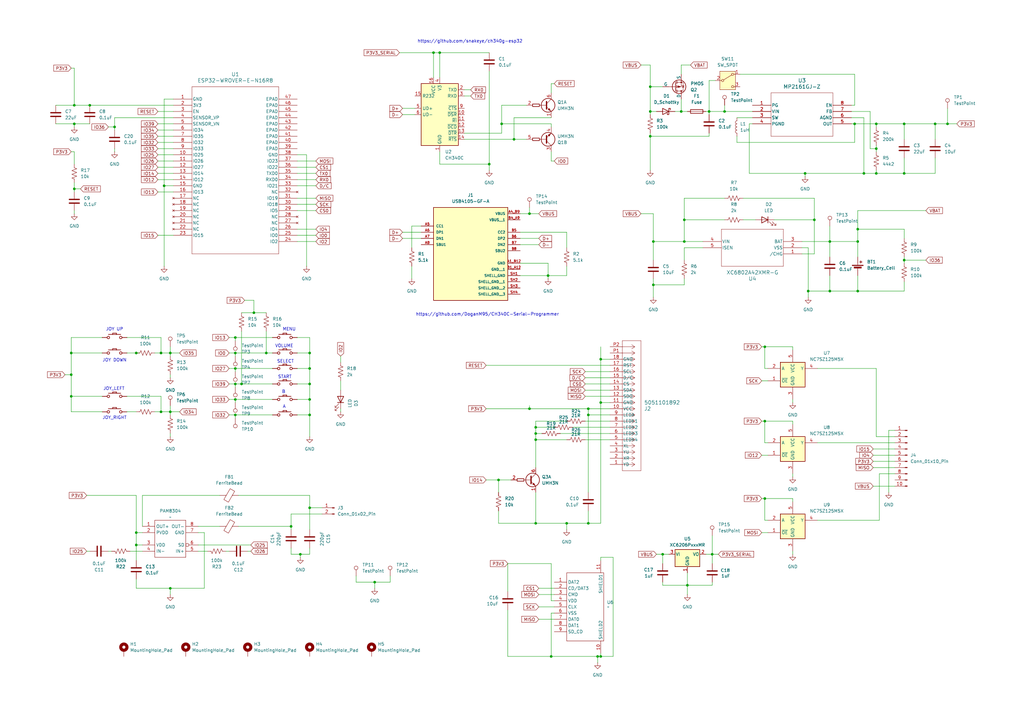
<source format=kicad_sch>
(kicad_sch (version 20250114) (generator "eeschema") (generator_version "9.0")
  (paper "A3")
  (text "VOLUME" (at 116.586 141.986 0) (effects (font (size 1.27 1.27))))
  (text "SELECT" (at 117.094 148.336 0) (effects (font (size 1.27 1.27))))
  (text "JOY DOWN" (at 46.99 147.828 0) (effects (font (size 1.27 1.27))))
  (text "https://github.com/snakeye/ch340g-esp32" (at 192.786 17.018 0) (effects (font (size 1.27 1.27))))
  (text "A" (at 116.586 166.878 0) (effects (font (size 1.27 1.27))))
  (text "B" (at 116.332 160.782 0) (effects (font (size 1.27 1.27))))
  (text "MENU" (at 118.618 135.128 0) (effects (font (size 1.27 1.27))))
  (text "JOY_RIGHT" (at 46.99 171.45 0) (effects (font (size 1.27 1.27))))
  (text "JOY UP" (at 46.99 135.128 0) (effects (font (size 1.27 1.27))))
  (text "JOY_LEFT" (at 46.736 159.512 0) (effects (font (size 1.27 1.27))))
  (text "START" (at 116.84 154.686 0) (effects (font (size 1.27 1.27))))
  (text "https://github.com/DoganM95/CH340C-Serial-Programmer" (at 199.898 129.032 0) (effects (font (size 1.27 1.27))))
  (junction (at 46.99 52.07))
  (junction (at 67.31 76.2))
  (junction (at 180.34 21.59))
  (junction (at 370.84 50.8))
  (junction (at 351.79 99.06))
  (junction (at 241.3 167.64))
  (junction (at 109.22 144.78))
  (junction (at 200.66 67.31))
  (junction (at 370.84 106.68))
  (junction (at 119.38 215.9))
  (junction (at 219.71 180.34))
  (junction (at 359.41 60.96))
  (junction (at 69.85 168.91))
  (junction (at 30.48 77.47))
  (junction (at 30.48 50.8))
  (junction (at 99.06 157.48))
  (junction (at 127 151.13))
  (junction (at 55.88 223.52))
  (junction (at 279.4 45.72))
  (junction (at 330.2 71.12))
  (junction (at 210.82 57.15))
  (junction (at 266.7 45.72))
  (junction (at 290.83 45.72))
  (junction (at 313.69 204.47))
  (junction (at 30.48 43.18))
  (junction (at 153.67 238.76))
  (junction (at 96.52 170.18))
  (junction (at 313.69 172.72))
  (junction (at 340.36 99.06))
  (junction (at 383.54 50.8))
  (junction (at 281.94 240.03))
  (junction (at 177.8 21.59))
  (junction (at 29.21 162.56))
  (junction (at 334.01 90.17))
  (junction (at 246.38 165.1))
  (junction (at 388.62 50.8))
  (junction (at 219.71 177.8))
  (junction (at 224.79 113.03))
  (junction (at 313.69 142.24))
  (junction (at 241.3 170.18))
  (junction (at 359.41 71.12))
  (junction (at 246.38 147.32))
  (junction (at 127 163.83))
  (junction (at 123.19 227.33))
  (junction (at 66.04 144.78))
  (junction (at 370.84 71.12))
  (junction (at 351.79 93.98))
  (junction (at 292.1 227.33))
  (junction (at 127 208.28))
  (junction (at 266.7 55.88))
  (junction (at 96.52 144.78))
  (junction (at 127 144.78))
  (junction (at 280.67 90.17))
  (junction (at 29.21 153.67))
  (junction (at 271.78 227.33))
  (junction (at 127 157.48))
  (junction (at 351.79 119.38))
  (junction (at 226.06 269.24))
  (junction (at 245.11 269.24))
  (junction (at 297.18 45.72))
  (junction (at 69.85 241.3))
  (junction (at 96.52 151.13))
  (junction (at 331.47 119.38))
  (junction (at 246.38 269.24))
  (junction (at 55.88 144.78))
  (junction (at 267.97 99.06))
  (junction (at 104.14 128.27))
  (junction (at 219.71 175.26))
  (junction (at 217.17 167.64))
  (junction (at 96.52 163.83))
  (junction (at 350.52 50.8))
  (junction (at 55.88 218.44))
  (junction (at 280.67 99.06))
  (junction (at 66.04 168.91))
  (junction (at 219.71 214.63))
  (junction (at 267.97 116.84))
  (junction (at 241.3 214.63))
  (junction (at 204.47 196.85))
  (junction (at 127 170.18))
  (junction (at 69.85 144.78))
  (junction (at 96.52 138.43))
  (junction (at 217.17 87.63))
  (junction (at 359.41 50.8))
  (junction (at 29.21 144.78))
  (junction (at 354.33 71.12))
  (junction (at 266.7 35.56))
  (junction (at 232.41 214.63))
  (junction (at 340.36 119.38))
  (junction (at 96.52 157.48))
  (junction (at 205.74 50.8))
  (junction (at 36.83 43.18))
  (wire (pts (xy 246.38 165.1) (xy 246.38 214.63)))
  (wire (pts (xy 226.06 50.8) (xy 226.06 52.07)))
  (wire (pts (xy 240.03 154.94) (xy 250.19 154.94)))
  (wire (pts (xy 55.88 237.49) (xy 55.88 241.3)))
  (wire (pts (xy 350.52 30.48) (xy 350.52 43.18)))
  (wire (pts (xy 153.67 238.76) (xy 160.02 238.76)))
  (wire (pts (xy 58.42 215.9) (xy 58.42 203.2)))
  (wire (pts (xy 67.31 40.64) (xy 67.31 76.2)))
  (wire (pts (xy 55.88 223.52) (xy 58.42 223.52)))
  (wire (pts (xy 93.98 163.83) (xy 96.52 163.83)))
  (wire (pts (xy 266.7 26.67) (xy 266.7 35.56)))
  (wire (pts (xy 220.98 248.92) (xy 227.33 248.92)))
  (wire (pts (xy 358.14 186.69) (xy 367.03 186.69)))
  (wire (pts (xy 335.28 151.13) (xy 359.41 151.13)))
  (wire (pts (xy 30.48 87.63) (xy 30.48 86.36)))
  (wire (pts (xy 69.85 168.91) (xy 69.85 170.18)))
  (wire (pts (xy 121.92 151.13) (xy 127 151.13)))
  (wire (pts (xy 81.28 223.52) (xy 102.87 223.52)))
  (wire (pts (xy 64.77 73.66) (xy 71.12 73.66)))
  (wire (pts (xy 96.52 170.18) (xy 111.76 170.18)))
  (wire (pts (xy 30.48 52.07) (xy 30.48 50.8)))
  (wire (pts (xy 226.06 231.14) (xy 226.06 246.38)))
  (wire (pts (xy 35.56 226.06) (xy 36.83 226.06)))
  (wire (pts (xy 121.92 99.06) (xy 129.54 99.06)))
  (wire (pts (xy 29.21 153.67) (xy 29.21 162.56)))
  (wire (pts (xy 308.61 50.8) (xy 307.34 50.8)))
  (wire (pts (xy 55.88 144.78) (xy 57.15 144.78)))
  (wire (pts (xy 379.73 86.36) (xy 351.79 86.36)))
  (wire (pts (xy 46.99 62.23) (xy 46.99 60.96)))
  (wire (pts (xy 127 151.13) (xy 127 157.48)))
  (wire (pts (xy 30.48 27.94) (xy 29.21 27.94)))
  (wire (pts (xy 121.92 63.5) (xy 125.73 63.5)))
  (wire (pts (xy 121.92 86.36) (xy 129.54 86.36)))
  (wire (pts (xy 96.52 170.18) (xy 96.52 171.45)))
  (wire (pts (xy 213.36 97.79) (xy 220.98 97.79)))
  (wire (pts (xy 367.03 176.53) (xy 364.49 176.53)))
  (wire (pts (xy 312.42 186.69) (xy 314.96 186.69)))
  (wire (pts (xy 104.14 128.27) (xy 109.22 128.27)))
  (wire (pts (xy 246.38 228.6) (xy 246.38 229.87)))
  (wire (pts (xy 219.71 180.34) (xy 232.41 180.34)))
  (wire (pts (xy 46.99 52.07) (xy 46.99 53.34)))
  (wire (pts (xy 96.52 144.78) (xy 109.22 144.78)))
  (wire (pts (xy 241.3 170.18) (xy 241.3 201.93)))
  (wire (pts (xy 313.69 204.47) (xy 313.69 213.36)))
  (wire (pts (xy 279.4 26.67) (xy 283.21 26.67)))
  (wire (pts (xy 127 203.2) (xy 127 208.28)))
  (wire (pts (xy 279.4 45.72) (xy 281.94 45.72)))
  (wire (pts (xy 229.87 177.8) (xy 250.19 177.8)))
  (wire (pts (xy 317.5 90.17) (xy 334.01 90.17)))
  (wire (pts (xy 66.04 138.43) (xy 66.04 144.78)))
  (wire (pts (xy 334.01 90.17) (xy 334.01 104.14)))
  (wire (pts (xy 297.18 45.72) (xy 308.61 45.72)))
  (wire (pts (xy 354.33 48.26) (xy 354.33 71.12)))
  (wire (pts (xy 304.8 90.17) (xy 309.88 90.17)))
  (wire (pts (xy 96.52 163.83) (xy 111.76 163.83)))
  (wire (pts (xy 359.41 60.96) (xy 359.41 62.23)))
  (wire (pts (xy 139.7 146.05) (xy 139.7 148.59)))
  (wire (pts (xy 267.97 116.84) (xy 267.97 121.92)))
  (wire (pts (xy 215.9 43.18) (xy 205.74 43.18)))
  (wire (pts (xy 29.21 144.78) (xy 29.21 138.43)))
  (wire (pts (xy 358.14 184.15) (xy 367.03 184.15)))
  (wire (pts (xy 210.82 48.26) (xy 210.82 57.15)))
  (wire (pts (xy 121.92 96.52) (xy 129.54 96.52)))
  (wire (pts (xy 358.14 191.77) (xy 367.03 191.77)))
  (wire (pts (xy 267.97 99.06) (xy 267.97 106.68)))
  (wire (pts (xy 234.95 175.26) (xy 250.19 175.26)))
  (wire (pts (xy 297.18 90.17) (xy 280.67 90.17)))
  (wire (pts (xy 297.18 81.28) (xy 280.67 81.28)))
  (wire (pts (xy 217.17 166.37) (xy 217.17 167.64)))
  (wire (pts (xy 340.36 92.71) (xy 340.36 99.06)))
  (wire (pts (xy 226.06 251.46) (xy 226.06 269.24)))
  (wire (pts (xy 350.52 58.42) (xy 302.26 58.42)))
  (wire (pts (xy 52.07 144.78) (xy 55.88 144.78)))
  (wire (pts (xy 224.79 114.3) (xy 224.79 113.03)))
  (wire (pts (xy 217.17 167.64) (xy 241.3 167.64)))
  (wire (pts (xy 30.48 62.23) (xy 30.48 67.31)))
  (wire (pts (xy 190.5 54.61) (xy 205.74 54.61)))
  (wire (pts (xy 29.21 138.43) (xy 41.91 138.43)))
  (wire (pts (xy 276.86 45.72) (xy 279.4 45.72)))
  (wire (pts (xy 370.84 97.79) (xy 370.84 93.98)))
  (wire (pts (xy 266.7 55.88) (xy 290.83 55.88)))
  (wire (pts (xy 312.42 172.72) (xy 313.69 172.72)))
  (wire (pts (xy 200.66 67.31) (xy 200.66 69.85)))
  (wire (pts (xy 146.05 236.22) (xy 146.05 238.76)))
  (wire (pts (xy 232.41 95.25) (xy 213.36 95.25)))
  (wire (pts (xy 165.1 44.45) (xy 170.18 44.45)))
  (wire (pts (xy 370.84 106.68) (xy 370.84 107.95)))
  (wire (pts (xy 370.84 50.8) (xy 370.84 57.15)))
  (wire (pts (xy 269.24 227.33) (xy 271.78 227.33)))
  (wire (pts (xy 331.47 119.38) (xy 340.36 119.38)))
  (wire (pts (xy 370.84 115.57) (xy 370.84 119.38)))
  (wire (pts (xy 267.97 99.06) (xy 280.67 99.06)))
  (wire (pts (xy 69.85 241.3) (xy 69.85 243.84)))
  (wire (pts (xy 208.28 231.14) (xy 226.06 231.14)))
  (wire (pts (xy 190.5 57.15) (xy 210.82 57.15)))
  (wire (pts (xy 205.74 43.18) (xy 205.74 50.8)))
  (wire (pts (xy 340.36 113.03) (xy 340.36 119.38)))
  (wire (pts (xy 69.85 153.67) (xy 69.85 154.94)))
  (wire (pts (xy 279.4 26.67) (xy 279.4 30.48)))
  (wire (pts (xy 246.38 228.6) (xy 251.46 228.6)))
  (wire (pts (xy 349.25 48.26) (xy 354.33 48.26)))
  (wire (pts (xy 96.52 163.83) (xy 96.52 165.1)))
  (wire (pts (xy 64.77 71.12) (xy 71.12 71.12)))
  (wire (pts (xy 330.2 71.12) (xy 354.33 71.12)))
  (wire (pts (xy 177.8 21.59) (xy 180.34 21.59)))
  (wire (pts (xy 210.82 57.15) (xy 215.9 57.15)))
  (wire (pts (xy 241.3 214.63) (xy 246.38 214.63)))
  (wire (pts (xy 36.83 43.18) (xy 71.12 43.18)))
  (wire (pts (xy 30.48 74.93) (xy 30.48 77.47)))
  (wire (pts (xy 313.69 172.72) (xy 325.12 172.72)))
  (wire (pts (xy 104.14 123.19) (xy 104.14 128.27)))
  (wire (pts (xy 219.71 214.63) (xy 232.41 214.63)))
  (wire (pts (xy 307.34 71.12) (xy 330.2 71.12)))
  (wire (pts (xy 163.83 21.59) (xy 177.8 21.59)))
  (wire (pts (xy 168.91 109.22) (xy 168.91 114.3)))
  (wire (pts (xy 205.74 50.8) (xy 205.74 54.61)))
  (wire (pts (xy 302.26 48.26) (xy 308.61 48.26)))
  (wire (pts (xy 325.12 142.24) (xy 325.12 143.51)))
  (wire (pts (xy 246.38 142.24) (xy 246.38 147.32)))
  (wire (pts (xy 219.71 172.72) (xy 219.71 175.26)))
  (wire (pts (xy 121.92 71.12) (xy 129.54 71.12)))
  (wire (pts (xy 52.07 168.91) (xy 55.88 168.91)))
  (wire (pts (xy 55.88 218.44) (xy 55.88 223.52)))
  (wire (pts (xy 204.47 209.55) (xy 204.47 214.63)))
  (wire (pts (xy 219.71 175.26) (xy 219.71 177.8)))
  (wire (pts (xy 271.78 240.03) (xy 281.94 240.03)))
  (wire (pts (xy 313.69 142.24) (xy 325.12 142.24)))
  (wire (pts (xy 307.34 50.8) (xy 307.34 71.12)))
  (wire (pts (xy 127 208.28) (xy 127 217.17)))
  (wire (pts (xy 350.52 43.18) (xy 349.25 43.18)))
  (wire (pts (xy 168.91 92.71) (xy 168.91 101.6)))
  (wire (pts (xy 325.12 163.83) (xy 325.12 165.1)))
  (wire (pts (xy 232.41 214.63) (xy 232.41 217.17)))
  (wire (pts (xy 69.85 166.37) (xy 69.85 168.91)))
  (wire (pts (xy 119.38 227.33) (xy 123.19 227.33)))
  (wire (pts (xy 121.92 170.18) (xy 127 170.18)))
  (wire (pts (xy 69.85 241.3) (xy 83.82 241.3)))
  (wire (pts (xy 93.98 151.13) (xy 96.52 151.13)))
  (wire (pts (xy 125.73 63.5) (xy 125.73 109.22)))
  (wire (pts (xy 226.06 48.26) (xy 210.82 48.26)))
  (wire (pts (xy 99.06 157.48) (xy 111.76 157.48)))
  (wire (pts (xy 359.41 179.07) (xy 367.03 179.07)))
  (wire (pts (xy 29.21 62.23) (xy 30.48 62.23)))
  (wire (pts (xy 146.05 238.76) (xy 153.67 238.76)))
  (wire (pts (xy 67.31 76.2) (xy 67.31 109.22)))
  (wire (pts (xy 359.41 151.13) (xy 359.41 179.07)))
  (wire (pts (xy 226.06 34.29) (xy 226.06 38.1)))
  (wire (pts (xy 227.33 175.26) (xy 219.71 175.26)))
  (wire (pts (xy 293.37 33.02) (xy 290.83 33.02)))
  (wire (pts (xy 219.71 180.34) (xy 219.71 191.77)))
  (wire (pts (xy 226.06 66.04) (xy 227.33 66.04)))
  (wire (pts (xy 292.1 227.33) (xy 292.1 231.14)))
  (wire (pts (xy 46.99 48.26) (xy 71.12 48.26)))
  (wire (pts (xy 127 224.79) (xy 127 227.33)))
  (wire (pts (xy 281.94 240.03) (xy 292.1 240.03)))
  (wire (pts (xy 121.92 144.78) (xy 127 144.78)))
  (wire (pts (xy 325.12 172.72) (xy 325.12 173.99)))
  (wire (pts (xy 312.42 218.44) (xy 314.96 218.44)))
  (wire (pts (xy 280.67 81.28) (xy 280.67 90.17)))
  (wire (pts (xy 359.41 59.69) (xy 359.41 60.96)))
  (wire (pts (xy 279.4 40.64) (xy 279.4 45.72)))
  (wire (pts (xy 314.96 181.61) (xy 313.69 181.61)))
  (wire (pts (xy 266.7 54.61) (xy 266.7 55.88)))
  (wire (pts (xy 177.8 31.75) (xy 177.8 21.59)))
  (wire (pts (xy 349.25 50.8) (xy 350.52 50.8)))
  (wire (pts (xy 66.04 144.78) (xy 63.5 144.78)))
  (wire (pts (xy 96.52 157.48) (xy 96.52 158.75)))
  (wire (pts (xy 314.96 213.36) (xy 313.69 213.36)))
  (wire (pts (xy 351.79 119.38) (xy 370.84 119.38)))
  (wire (pts (xy 109.22 144.78) (xy 111.76 144.78)))
  (wire (pts (xy 121.92 81.28) (xy 129.54 81.28)))
  (wire (pts (xy 356.87 60.96) (xy 359.41 60.96)))
  (wire (pts (xy 58.42 203.2) (xy 90.17 203.2)))
  (wire (pts (xy 267.97 116.84) (xy 280.67 116.84)))
  (wire (pts (xy 119.38 215.9) (xy 119.38 217.17)))
  (wire (pts (xy 64.77 58.42) (xy 71.12 58.42)))
  (wire (pts (xy 335.28 213.36) (xy 360.68 213.36)))
  (wire (pts (xy 359.41 50.8) (xy 370.84 50.8)))
  (wire (pts (xy 370.84 50.8) (xy 383.54 50.8)))
  (wire (pts (xy 325.12 194.31) (xy 325.12 195.58)))
  (wire (pts (xy 92.71 226.06) (xy 93.98 226.06)))
  (wire (pts (xy 325.12 204.47) (xy 325.12 205.74)))
  (wire (pts (xy 64.77 78.74) (xy 71.12 78.74)))
  (wire (pts (xy 69.85 144.78) (xy 73.66 144.78)))
  (wire (pts (xy 66.04 144.78) (xy 69.85 144.78)))
  (wire (pts (xy 66.04 162.56) (xy 66.04 168.91)))
  (wire (pts (xy 190.5 39.37) (xy 193.04 39.37)))
  (wire (pts (xy 93.98 170.18) (xy 96.52 170.18)))
  (wire (pts (xy 180.34 62.23) (xy 180.34 67.31)))
  (wire (pts (xy 64.77 55.88) (xy 71.12 55.88)))
  (wire (pts (xy 22.86 43.18) (xy 30.48 43.18)))
  (wire (pts (xy 364.49 176.53) (xy 364.49 201.93)))
  (wire (pts (xy 35.56 203.2) (xy 55.88 203.2)))
  (wire (pts (xy 200.66 29.21) (xy 200.66 67.31)))
  (wire (pts (xy 297.18 43.18) (xy 297.18 45.72)))
  (wire (pts (xy 127 170.18) (xy 127 179.07)))
  (wire (pts (xy 360.68 213.36) (xy 360.68 194.31)))
  (wire (pts (xy 370.84 93.98) (xy 351.79 93.98)))
  (wire (pts (xy 99.06 135.89) (xy 99.06 157.48)))
  (wire (pts (xy 81.28 226.06) (xy 85.09 226.06)))
  (wire (pts (xy 289.56 227.33) (xy 292.1 227.33)))
  (wire (pts (xy 290.83 45.72) (xy 297.18 45.72)))
  (wire (pts (xy 351.79 99.06) (xy 351.79 105.41)))
  (wire (pts (xy 227.33 251.46) (xy 226.06 251.46)))
  (wire (pts (xy 241.3 170.18) (xy 250.19 170.18)))
  (wire (pts (xy 340.36 99.06) (xy 351.79 99.06)))
  (wire (pts (xy 44.45 226.06) (xy 45.72 226.06)))
  (wire (pts (xy 232.41 109.22) (xy 232.41 113.03)))
  (wire (pts (xy 119.38 224.79) (xy 119.38 227.33)))
  (wire (pts (xy 246.38 269.24) (xy 251.46 269.24)))
  (wire (pts (xy 241.3 167.64) (xy 241.3 170.18)))
  (wire (pts (xy 213.36 100.33) (xy 220.98 100.33)))
  (wire (pts (xy 266.7 35.56) (xy 266.7 45.72)))
  (wire (pts (xy 262.89 26.67) (xy 266.7 26.67)))
  (wire (pts (xy 351.79 113.03) (xy 351.79 119.38)))
  (wire (pts (xy 226.06 62.23) (xy 226.06 66.04)))
  (wire (pts (xy 180.34 21.59) (xy 180.34 31.75)))
  (wire (pts (xy 101.6 226.06) (xy 102.87 226.06)))
  (wire (pts (xy 328.93 101.6) (xy 331.47 101.6)))
  (wire (pts (xy 280.67 99.06) (xy 288.29 99.06)))
  (wire (pts (xy 383.54 64.77) (xy 383.54 71.12)))
  (wire (pts (xy 335.28 181.61) (xy 367.03 181.61)))
  (wire (pts (xy 267.97 87.63) (xy 267.97 99.06)))
  (wire (pts (xy 64.77 63.5) (xy 71.12 63.5)))
  (wire (pts (xy 96.52 138.43) (xy 96.52 139.7)))
  (wire (pts (xy 312.42 142.24) (xy 313.69 142.24)))
  (wire (pts (xy 99.06 128.27) (xy 104.14 128.27)))
  (wire (pts (xy 36.83 50.8) (xy 30.48 50.8)))
  (wire (pts (xy 208.28 269.24) (xy 226.06 269.24)))
  (wire (pts (xy 334.01 104.14) (xy 328.93 104.14)))
  (wire (pts (xy 121.92 83.82) (xy 129.54 83.82)))
  (wire (pts (xy 303.53 30.48) (xy 350.52 30.48)))
  (wire (pts (xy 354.33 71.12) (xy 359.41 71.12)))
  (wire (pts (xy 55.88 229.87) (xy 55.88 223.52)))
  (wire (pts (xy 292.1 227.33) (xy 292.1 219.71)))
  (wire (pts (xy 139.7 156.21) (xy 139.7 160.02)))
  (wire (pts (xy 370.84 71.12) (xy 383.54 71.12)))
  (wire (pts (xy 52.07 138.43) (xy 66.04 138.43)))
  (wire (pts (xy 219.71 201.93) (xy 219.71 214.63)))
  (wire (pts (xy 360.68 194.31) (xy 367.03 194.31)))
  (wire (pts (xy 358.14 189.23) (xy 367.03 189.23)))
  (wire (pts (xy 93.98 144.78) (xy 96.52 144.78)))
  (wire (pts (xy 55.88 241.3) (xy 69.85 241.3)))
  (wire (pts (xy 64.77 96.52) (xy 71.12 96.52)))
  (wire (pts (xy 96.52 151.13) (xy 111.76 151.13)))
  (wire (pts (xy 30.48 50.8) (xy 22.86 50.8)))
  (wire (pts (xy 55.88 218.44) (xy 58.42 218.44)))
  (wire (pts (xy 226.06 269.24) (xy 245.11 269.24)))
  (wire (pts (xy 93.98 157.48) (xy 96.52 157.48)))
  (wire (pts (xy 240.03 160.02) (xy 250.19 160.02)))
  (wire (pts (xy 222.25 177.8) (xy 219.71 177.8)))
  (wire (pts (xy 220.98 241.3) (xy 227.33 241.3)))
  (wire (pts (xy 160.02 236.22) (xy 160.02 238.76)))
  (wire (pts (xy 219.71 177.8) (xy 219.71 180.34)))
  (wire (pts (xy 165.1 46.99) (xy 170.18 46.99)))
  (wire (pts (xy 359.41 50.8) (xy 359.41 52.07)))
  (wire (pts (xy 280.67 90.17) (xy 280.67 99.06)))
  (wire (pts (xy 304.8 81.28) (xy 334.01 81.28)))
  (wire (pts (xy 96.52 151.13) (xy 96.52 152.4)))
  (wire (pts (xy 121.92 163.83) (xy 127 163.83)))
  (wire (pts (xy 388.62 50.8) (xy 392.43 50.8)))
  (wire (pts (xy 97.79 215.9) (xy 119.38 215.9)))
  (wire (pts (xy 331.47 101.6) (xy 331.47 119.38)))
  (wire (pts (xy 250.19 165.1) (xy 246.38 165.1)))
  (wire (pts (xy 30.48 43.18) (xy 36.83 43.18)))
  (wire (pts (xy 127 144.78) (xy 127 151.13)))
  (wire (pts (xy 358.14 199.39) (xy 367.03 199.39)))
  (wire (pts (xy 93.98 138.43) (xy 96.52 138.43)))
  (wire (pts (xy 41.91 168.91) (xy 29.21 168.91)))
  (wire (pts (xy 340.36 99.06) (xy 340.36 105.41)))
  (wire (pts (xy 226.06 246.38) (xy 227.33 246.38)))
  (wire (pts (xy 240.03 157.48) (xy 250.19 157.48)))
  (wire (pts (xy 370.84 71.12) (xy 359.41 71.12)))
  (wire (pts (xy 69.85 168.91) (xy 73.66 168.91)))
  (wire (pts (xy 351.79 93.98) (xy 351.79 99.06)))
  (wire (pts (xy 121.92 73.66) (xy 129.54 73.66)))
  (wire (pts (xy 220.98 254) (xy 227.33 254)))
  (wire (pts (xy 121.92 93.98) (xy 129.54 93.98)))
  (wire (pts (xy 290.83 54.61) (xy 290.83 55.88)))
  (wire (pts (xy 96.52 144.78) (xy 96.52 146.05)))
  (wire (pts (xy 350.52 50.8) (xy 350.52 58.42)))
  (wire (pts (xy 232.41 101.6) (xy 232.41 95.25)))
  (wire (pts (xy 241.3 167.64) (xy 250.19 167.64)))
  (wire (pts (xy 232.41 214.63) (xy 241.3 214.63)))
  (wire (pts (xy 67.31 40.64) (xy 71.12 40.64)))
  (wire (pts (xy 64.77 53.34) (xy 71.12 53.34)))
  (wire (pts (xy 165.1 95.25) (xy 172.72 95.25)))
  (wire (pts (xy 330.2 71.12) (xy 330.2 72.39)))
  (wire (pts (xy 123.19 227.33) (xy 123.19 228.6)))
  (wire (pts (xy 220.98 243.84) (xy 227.33 243.84)))
  (wire (pts (xy 165.1 97.79) (xy 172.72 97.79)))
  (wire (pts (xy 246.38 147.32) (xy 246.38 165.1)))
  (wire (pts (xy 271.78 240.03) (xy 271.78 238.76)))
  (wire (pts (xy 224.79 107.95) (xy 213.36 107.95)))
  (wire (pts (xy 334.01 81.28) (xy 334.01 90.17)))
  (wire (pts (xy 313.69 181.61) (xy 313.69 172.72)))
  (wire (pts (xy 121.92 66.04) (xy 129.54 66.04)))
  (wire (pts (xy 41.91 162.56) (xy 29.21 162.56)))
  (wire (pts (xy 312.42 204.47) (xy 313.69 204.47)))
  (wire (pts (xy 208.28 231.14) (xy 208.28 242.57)))
  (wire (pts (xy 69.85 177.8) (xy 69.85 179.07)))
  (wire (pts (xy 370.84 105.41) (xy 370.84 106.68)))
  (wire (pts (xy 52.07 162.56) (xy 66.04 162.56)))
  (wire (pts (xy 232.41 113.03) (xy 224.79 113.03)))
  (wire (pts (xy 267.97 114.3) (xy 267.97 116.84)))
  (wire (pts (xy 199.39 167.64) (xy 217.17 167.64)))
  (wire (pts (xy 266.7 46.99) (xy 266.7 45.72)))
  (wire (pts (xy 199.39 196.85) (xy 204.47 196.85)))
  (wire (pts (xy 313.69 204.47) (xy 325.12 204.47)))
  (wire (pts (xy 204.47 196.85) (xy 209.55 196.85)))
  (wire (pts (xy 271.78 227.33) (xy 271.78 231.14)))
  (wire (pts (xy 280.67 114.3) (xy 280.67 116.84)))
  (wire (pts (xy 44.45 52.07) (xy 46.99 52.07)))
  (wire (pts (xy 281.94 240.03) (xy 281.94 243.84)))
  (wire (pts (xy 127 163.83) (xy 127 170.18)))
  (wire (pts (xy 67.31 76.2) (xy 71.12 76.2)))
  (wire (pts (xy 331.47 119.38) (xy 331.47 121.92)))
  (wire (pts (xy 240.03 162.56) (xy 250.19 162.56)))
  (wire (pts (xy 289.56 45.72) (xy 290.83 45.72)))
  (wire (pts (xy 121.92 76.2) (xy 129.54 76.2)))
  (wire (pts (xy 66.04 168.91) (xy 69.85 168.91)))
  (wire (pts (xy 314.96 151.13) (xy 313.69 151.13)))
  (wire (pts (xy 30.48 77.47) (xy 30.48 78.74)))
  (wire (pts (xy 245.11 269.24) (xy 246.38 269.24)))
  (wire (pts (xy 213.36 113.03) (xy 224.79 113.03)))
  (wire (pts (xy 383.54 50.8) (xy 388.62 50.8)))
  (wire (pts (xy 313.69 142.24) (xy 313.69 151.13)))
  (wire (pts (xy 153.67 238.76) (xy 153.67 241.3)))
  (wire (pts (xy 250.19 180.34) (xy 240.03 180.34)))
  (wire (pts (xy 53.34 226.06) (xy 58.42 226.06)))
  (wire (pts (xy 217.17 87.63) (xy 220.98 87.63)))
  (wire (pts (xy 64.77 45.72) (xy 71.12 45.72)))
  (wire (pts (xy 266.7 69.85) (xy 266.7 55.88)))
  (wire (pts (xy 83.82 218.44) (xy 81.28 218.44)))
  (wire (pts (xy 180.34 21.59) (xy 200.66 21.59)))
  (wire (pts (xy 280.67 101.6) (xy 280.67 106.68)))
  (wire (pts (xy 26.67 153.67) (xy 29.21 153.67)))
  (wire (pts (xy 325.12 226.06) (xy 325.12 227.33)))
  (wire (pts (xy 30.48 27.94) (xy 30.48 43.18)))
  (wire (pts (xy 240.03 172.72) (xy 250.19 172.72)))
  (wire (pts (xy 121.92 68.58) (xy 129.54 68.58)))
  (wire (pts (xy 123.19 227.33) (xy 127 227.33)))
  (wire (pts (xy 64.77 66.04) (xy 71.12 66.04)))
  (wire (pts (xy 356.87 45.72) (xy 356.87 60.96)))
  (wire (pts (xy 240.03 152.4) (xy 250.19 152.4)))
  (wire (pts (xy 63.5 168.91) (xy 66.04 168.91)))
  (wire (pts (xy 281.94 234.95) (xy 281.94 240.03)))
  (wire (pts (xy 69.85 142.24) (xy 69.85 144.78)))
  (wire (pts (xy 30.48 77.47) (xy 33.02 77.47)))
  (wire (pts (xy 97.79 203.2) (xy 127 203.2)))
  (wire (pts (xy 208.28 250.19) (xy 208.28 269.24)))
  (wire (pts (xy 109.22 135.89) (xy 109.22 144.78)))
  (wire (pts (xy 190.5 36.83) (xy 193.04 36.83)))
  (wire (pts (xy 96.52 157.48) (xy 99.06 157.48)))
  (wire (pts (xy 292.1 240.03) (xy 292.1 238.76)))
  (wire (pts (xy 251.46 228.6) (xy 251.46 269.24)))
  (wire (pts (xy 340.36 119.38) (xy 351.79 119.38)))
  (wire (pts (xy 232.41 172.72) (xy 219.71 172.72)))
  (wire (pts (xy 69.85 146.05) (xy 69.85 144.78)))
  (wire (pts (xy 41.91 144.78) (xy 29.21 144.78)))
  (wire (pts (xy 64.77 50.8) (xy 71.12 50.8)))
  (wire (pts (xy 224.79 113.03) (xy 224.79 107.95)))
  (wire (pts (xy 64.77 68.58) (xy 71.12 68.58)))
  (wire (pts (xy 172.72 92.71) (xy 168.91 92.71)))
  (wire (pts (xy 64.77 60.96) (xy 71.12 60.96)))
  (wire (pts (xy 250.19 147.32) (xy 246.38 147.32)))
  (wire (pts (xy 46.99 48.26) (xy 46.99 52.07)))
  (wire (pts (xy 180.34 67.31) (xy 200.66 67.31)))
  (wire (pts (xy 205.74 50.8) (xy 226.06 50.8)))
  (wire (pts (xy 271.78 227.33) (xy 274.32 227.33)))
  (wire (pts (xy 241.3 209.55) (xy 241.3 214.63)))
  (wire (pts (xy 370.84 106.68) (xy 379.73 106.68)))
  (wire (pts (xy 127 138.43) (xy 127 144.78)))
  (wire (pts (xy 266.7 35.56) (xy 271.78 35.56)))
  (wire (pts (xy 204.47 196.85) (xy 204.47 201.93)))
  (wire (pts (xy 292.1 227.33) (xy 294.64 227.33)))
  (wire (pts (xy 288.29 101.6) (xy 280.67 101.6)))
  (wire (pts (xy 227.33 34.29) (xy 226.06 34.29)))
  (wire (pts (xy 29.21 162.56) (xy 29.21 168.91)))
  (wire (pts (xy 119.38 210.82) (xy 119.38 215.9)))
  (wire (pts (xy 217.17 85.09) (xy 217.17 87.63)))
  (wire (pts (xy 350.52 50.8) (xy 359.41 50.8)))
  (wire (pts (xy 121.92 138.43) (xy 127 138.43)))
  (wire (pts (xy 55.88 203.2) (xy 55.88 218.44)))
  (wire (pts (xy 383.54 50.8) (xy 383.54 57.15)))
  (wire (pts (xy 83.82 218.44) (xy 83.82 241.3)))
  (wire (pts (xy 204.47 214.63) (xy 219.71 214.63)))
  (wire (pts (xy 262.89 87.63) (xy 267.97 87.63)))
  (wire (pts (xy 100.33 123.19) (xy 104.14 123.19)))
  (wire (pts (xy 290.83 45.72) (xy 290.83 46.99)))
  (wire (pts (xy 199.39 149.86) (xy 250.19 149.86)))
  (wire (pts (xy 139.7 167.64) (xy 139.7 168.91)))
  (wire (pts (xy 245.11 269.24) (xy 245.11 271.78)))
  (wire (pts (xy 349.25 45.72) (xy 356.87 45.72)))
  (wire (pts (xy 312.42 156.21) (xy 314.96 156.21)))
  (wire (pts (xy 246.38 267.97) (xy 246.38 269.24)))
  (wire (pts (xy 132.08 210.82) (xy 119.38 210.82)))
  (wire (pts (xy 351.79 86.36) (xy 351.79 93.98)))
  (wire (pts (xy 29.21 144.78) (xy 29.21 153.67)))
  (wire (pts (xy 328.93 99.06) (xy 340.36 99.06)))
  (wire (pts (xy 370.84 64.77) (xy 370.84 71.12)))
  (wire (pts (xy 81.28 215.9) (xy 90.17 215.9)))
  (wire (pts (xy 127 157.48) (xy 127 163.83)))
  (wire (pts (xy 266.7 45.72) (xy 269.24 45.72)))
  (wire (pts (xy 127 208.28) (xy 132.08 208.28)))
  (wire (pts (xy 388.62 44.45) (xy 388.62 50.8)))
  (wire (pts (xy 121.92 157.48) (xy 127 157.48)))
  (wire (pts (xy 290.83 33.02) (xy 290.83 45.72)))
  (wire (pts (xy 213.36 87.63) (xy 217.17 87.63)))
  (wire (pts (xy 96.52 138.43) (xy 111.76 138.43)))
  (wire (pts (xy 302.26 55.88) (xy 302.26 58.42)))
  (wire (pts (xy 359.41 71.12) (xy 359.41 69.85)))
  (global_label "SCK" (shape input) (at 240.03 152.4 180) (property "Intersheetrefs" "${INTERSHEET_REFS}" (effects (hide yes))))
  (global_label "D+" (shape input) (at 165.1 44.45 180) (property "Intersheetrefs" "${INTERSHEET_REFS}" (effects (hide yes))))
  (global_label "IO4" (shape input) (at 129.54 93.98 0) (property "Intersheetrefs" "${INTERSHEET_REFS}" (effects (hide yes))))
  (global_label "MOSI" (shape input) (at 220.98 243.84 180) (property "Intersheetrefs" "${INTERSHEET_REFS}" (effects (hide yes))))
  (global_label "P3V3_SERIAL" (shape input) (at 294.64 227.33 0) (property "Intersheetrefs" "${INTERSHEET_REFS}" (effects (hide yes))))
  (global_label "IO2" (shape input) (at 129.54 99.06 0) (property "Intersheetrefs" "${INTERSHEET_REFS}" (effects (hide yes))))
  (global_label "IO25" (shape input) (at 102.87 223.52 0) (property "Intersheetrefs" "${INTERSHEET_REFS}" (effects (hide yes))))
  (global_label "P3V3" (shape input) (at 312.42 204.47 180) (property "Intersheetrefs" "${INTERSHEET_REFS}" (effects (hide yes))))
  (global_label "IO14" (shape input) (at 64.77 71.12 180) (property "Intersheetrefs" "${INTERSHEET_REFS}" (effects (hide yes))))
  (global_label "VBAT" (shape input) (at 379.73 86.36 0) (property "Intersheetrefs" "${INTERSHEET_REFS}" (effects (hide yes))))
  (global_label "IO4" (shape input) (at 358.14 186.69 180) (property "Intersheetrefs" "${INTERSHEET_REFS}" (effects (hide yes))))
  (global_label "IO15" (shape input) (at 358.14 184.15 180) (property "Intersheetrefs" "${INTERSHEET_REFS}" (effects (hide yes))))
  (global_label "VBUS" (shape input) (at 269.24 227.33 180) (property "Intersheetrefs" "${INTERSHEET_REFS}" (effects (hide yes))))
  (global_label "P3V3" (shape input) (at 29.21 62.23 180) (property "Intersheetrefs" "${INTERSHEET_REFS}" (effects (hide yes))))
  (global_label "D-" (shape input) (at 165.1 97.79 180) (property "Intersheetrefs" "${INTERSHEET_REFS}" (effects (hide yes))))
  (global_label "IO0" (shape input) (at 129.54 96.52 0) (property "Intersheetrefs" "${INTERSHEET_REFS}" (effects (hide yes))))
  (global_label "CS1" (shape input) (at 220.98 241.3 180) (property "Intersheetrefs" "${INTERSHEET_REFS}" (effects (hide yes))))
  (global_label "IO25" (shape input) (at 64.77 63.5 180) (property "Intersheetrefs" "${INTERSHEET_REFS}" (effects (hide yes))))
  (global_label "IO36" (shape input) (at 379.73 106.68 0) (property "Intersheetrefs" "${INTERSHEET_REFS}" (effects (hide yes))))
  (global_label "IO0" (shape input) (at 227.33 66.04 0) (property "Intersheetrefs" "${INTERSHEET_REFS}" (effects (hide yes))))
  (global_label "IO34" (shape input) (at 73.66 168.91 0) (property "Intersheetrefs" "${INTERSHEET_REFS}" (effects (hide yes))))
  (global_label "VBUS" (shape input) (at 220.98 87.63 0) (property "Intersheetrefs" "${INTERSHEET_REFS}" (effects (hide yes))))
  (global_label "VBUS" (shape input) (at 358.14 199.39 180) (property "Intersheetrefs" "${INTERSHEET_REFS}" (effects (hide yes))))
  (global_label "TX0" (shape input) (at 129.54 71.12 0) (property "Intersheetrefs" "${INTERSHEET_REFS}" (effects (hide yes))))
  (global_label "P3V3" (shape input) (at 208.28 231.14 180) (property "Intersheetrefs" "${INTERSHEET_REFS}" (effects (hide yes))))
  (global_label "D/C" (shape input) (at 240.03 154.94 180) (property "Intersheetrefs" "${INTERSHEET_REFS}" (effects (hide yes))))
  (global_label "MOSI" (shape input) (at 312.42 218.44 180) (property "Intersheetrefs" "${INTERSHEET_REFS}" (effects (hide yes))))
  (global_label "MISO" (shape input) (at 129.54 81.28 0) (property "Intersheetrefs" "${INTERSHEET_REFS}" (effects (hide yes))))
  (global_label "IO27" (shape input) (at 64.77 68.58 180) (property "Intersheetrefs" "${INTERSHEET_REFS}" (effects (hide yes))))
  (global_label "MISO" (shape input) (at 220.98 254 180) (property "Intersheetrefs" "${INTERSHEET_REFS}" (effects (hide yes))))
  (global_label "IO33" (shape input) (at 93.98 163.83 180) (property "Intersheetrefs" "${INTERSHEET_REFS}" (effects (hide yes))))
  (global_label "D-" (shape input) (at 165.1 46.99 180) (property "Intersheetrefs" "${INTERSHEET_REFS}" (effects (hide yes))))
  (global_label "IO35" (shape input) (at 64.77 55.88 180) (property "Intersheetrefs" "${INTERSHEET_REFS}" (effects (hide yes))))
  (global_label "P3V3" (shape input) (at 35.56 203.2 180) (property "Intersheetrefs" "${INTERSHEET_REFS}" (effects (hide yes))))
  (global_label "P3V3" (shape input) (at 199.39 167.64 180) (property "Intersheetrefs" "${INTERSHEET_REFS}" (effects (hide yes))))
  (global_label "CS1" (shape input) (at 129.54 68.58 0) (property "Intersheetrefs" "${INTERSHEET_REFS}" (effects (hide yes))))
  (global_label "D{slash}C" (shape input) (at 129.54 76.2 0) (property "Intersheetrefs" "${INTERSHEET_REFS}" (effects (hide yes))))
  (global_label "P3V3" (shape input) (at 29.21 27.94 180) (property "Intersheetrefs" "${INTERSHEET_REFS}" (effects (hide yes))))
  (global_label "D-" (shape input) (at 220.98 100.33 0) (property "Intersheetrefs" "${INTERSHEET_REFS}" (effects (hide yes))))
  (global_label "IO26" (shape input) (at 102.87 226.06 0) (property "Intersheetrefs" "${INTERSHEET_REFS}" (effects (hide yes))))
  (global_label "IO26" (shape input) (at 64.77 66.04 180) (property "Intersheetrefs" "${INTERSHEET_REFS}" (effects (hide yes))))
  (global_label "P3V3" (shape input) (at 312.42 172.72 180) (property "Intersheetrefs" "${INTERSHEET_REFS}" (effects (hide yes))))
  (global_label "IO13" (shape input) (at 93.98 138.43 180) (property "Intersheetrefs" "${INTERSHEET_REFS}" (effects (hide yes))))
  (global_label "CS0" (shape input) (at 129.54 86.36 0) (property "Intersheetrefs" "${INTERSHEET_REFS}" (effects (hide yes))))
  (global_label "MOSI" (shape input) (at 129.54 66.04 0) (property "Intersheetrefs" "${INTERSHEET_REFS}" (effects (hide yes))))
  (global_label "IO12" (shape input) (at 64.77 73.66 180) (property "Intersheetrefs" "${INTERSHEET_REFS}" (effects (hide yes))))
  (global_label "TX0" (shape input) (at 193.04 39.37 0) (property "Intersheetrefs" "${INTERSHEET_REFS}" (effects (hide yes))))
  (global_label "MOSI" (shape input) (at 240.03 160.02 180) (property "Intersheetrefs" "${INTERSHEET_REFS}" (effects (hide yes))))
  (global_label "VBUS" (shape input) (at 262.89 87.63 180) (property "Intersheetrefs" "${INTERSHEET_REFS}" (effects (hide yes))))
  (global_label "IO39" (shape input) (at 93.98 157.48 180) (property "Intersheetrefs" "${INTERSHEET_REFS}" (effects (hide yes))))
  (global_label "SCK" (shape input) (at 312.42 156.21 180) (property "Intersheetrefs" "${INTERSHEET_REFS}" (effects (hide yes))))
  (global_label "P3V3" (shape input) (at 26.67 153.67 180) (property "Intersheetrefs" "${INTERSHEET_REFS}" (effects (hide yes))))
  (global_label "RESET" (shape input) (at 64.77 45.72 180) (property "Intersheetrefs" "${INTERSHEET_REFS}" (effects (hide yes))))
  (global_label "IO35" (shape input) (at 73.66 144.78 0) (property "Intersheetrefs" "${INTERSHEET_REFS}" (effects (hide yes))))
  (global_label "RESET" (shape input) (at 227.33 34.29 0) (property "Intersheetrefs" "${INTERSHEET_REFS}" (effects (hide yes))))
  (global_label "D+" (shape input) (at 220.98 97.79 0) (property "Intersheetrefs" "${INTERSHEET_REFS}" (effects (hide yes))))
  (global_label "CS0" (shape input) (at 240.03 157.48 180) (property "Intersheetrefs" "${INTERSHEET_REFS}" (effects (hide yes))))
  (global_label "SCK" (shape input) (at 129.54 83.82 0) (property "Intersheetrefs" "${INTERSHEET_REFS}" (effects (hide yes))))
  (global_label "IO14" (shape input) (at 199.39 196.85 180) (property "Intersheetrefs" "${INTERSHEET_REFS}" (effects (hide yes))))
  (global_label "RX0" (shape input) (at 193.04 36.83 0) (property "Intersheetrefs" "${INTERSHEET_REFS}" (effects (hide yes))))
  (global_label "MISO" (shape input) (at 240.03 162.56 180) (property "Intersheetrefs" "${INTERSHEET_REFS}" (effects (hide yes))))
  (global_label "P3V3_SERIAL" (shape input) (at 163.83 21.59 180) (property "Intersheetrefs" "${INTERSHEET_REFS}" (effects (hide yes))))
  (global_label "IO0" (shape input) (at 93.98 144.78 180) (property "Intersheetrefs" "${INTERSHEET_REFS}" (effects (hide yes))))
  (global_label "D+" (shape input) (at 165.1 95.25 180) (property "Intersheetrefs" "${INTERSHEET_REFS}" (effects (hide yes))))
  (global_label "RESET" (shape input) (at 199.39 149.86 180) (property "Intersheetrefs" "${INTERSHEET_REFS}" (effects (hide yes))))
  (global_label "IO33" (shape input) (at 64.77 60.96 180) (property "Intersheetrefs" "${INTERSHEET_REFS}" (effects (hide yes))))
  (global_label "P3V3" (shape input) (at 392.43 50.8 0) (property "Intersheetrefs" "${INTERSHEET_REFS}" (effects (hide yes))))
  (global_label "RESET" (shape input) (at 33.02 77.47 0) (property "Intersheetrefs" "${INTERSHEET_REFS}" (effects (hide yes))))
  (global_label "IO32" (shape input) (at 64.77 58.42 180) (property "Intersheetrefs" "${INTERSHEET_REFS}" (effects (hide yes))))
  (global_label "IO39" (shape input) (at 64.77 50.8 180) (property "Intersheetrefs" "${INTERSHEET_REFS}" (effects (hide yes))))
  (global_label "SCK" (shape input) (at 220.98 248.92 180) (property "Intersheetrefs" "${INTERSHEET_REFS}" (effects (hide yes))))
  (global_label "IO32" (shape input) (at 93.98 170.18 180) (property "Intersheetrefs" "${INTERSHEET_REFS}" (effects (hide yes))))
  (global_label "IO36" (shape input) (at 44.45 52.07 180) (property "Intersheetrefs" "${INTERSHEET_REFS}" (effects (hide yes))))
  (global_label "RX0" (shape input) (at 129.54 73.66 0) (property "Intersheetrefs" "${INTERSHEET_REFS}" (effects (hide yes))))
  (global_label "VBUS" (shape input) (at 262.89 26.67 180) (property "Intersheetrefs" "${INTERSHEET_REFS}" (effects (hide yes))))
  (global_label "P3V3" (shape input) (at 312.42 142.24 180) (property "Intersheetrefs" "${INTERSHEET_REFS}" (effects (hide yes))))
  (global_label "IO2" (shape input) (at 139.7 146.05 90) (property "Intersheetrefs" "${INTERSHEET_REFS}" (effects (hide yes))))
  (global_label "P3V3" (shape input) (at 358.14 189.23 180) (property "Intersheetrefs" "${INTERSHEET_REFS}" (effects (hide yes))))
  (global_label "P3V3" (shape input) (at 100.33 123.19 180) (property "Intersheetrefs" "${INTERSHEET_REFS}" (effects (hide yes))))
  (global_label "IO34" (shape input) (at 64.77 53.34 180) (property "Intersheetrefs" "${INTERSHEET_REFS}" (effects (hide yes))))
  (global_label "IO15" (shape input) (at 64.77 96.52 180) (property "Intersheetrefs" "${INTERSHEET_REFS}" (effects (hide yes))))
  (global_label "IO25" (shape input) (at 35.56 226.06 180) (property "Intersheetrefs" "${INTERSHEET_REFS}" (effects (hide yes))))
  (global_label "IO12" (shape input) (at 312.42 186.69 180) (property "Intersheetrefs" "${INTERSHEET_REFS}" (effects (hide yes))))
  (global_label "IO27" (shape input) (at 93.98 151.13 180) (property "Intersheetrefs" "${INTERSHEET_REFS}" (effects (hide yes))))
  (global_label "VBAT" (shape input) (at 283.21 26.67 0) (property "Intersheetrefs" "${INTERSHEET_REFS}" (effects (hide yes))))
  (global_label "MISO" (shape input) (at 358.14 191.77 180) (property "Intersheetrefs" "${INTERSHEET_REFS}" (effects (hide yes))))
  (global_label "IO13" (shape input) (at 64.77 78.74 180) (property "Intersheetrefs" "${INTERSHEET_REFS}" (effects (hide yes))))
  (symbol (lib_id "Device:R_US") (at 226.06 177.8 90) (unit 1)
    (property "Reference" "R19" (at 226.06 173.736 90))
    (property "Value" "21R" (at 226.06 175.514 90))
    (property "Footprint" "Resistor_SMD:R_0603_1608Metric_Pad0.98x0.95mm_HandSolder" (effects (hide yes)))
    (property "Description" "Resistor, US symbol" (effects (hide yes)))
  )
  (symbol (lib_id "Device:R_US") (at 168.91 105.41 0) (unit 1)
    (property "Reference" "R1" (at 171.45 104.1399 0) (effects (justify left)))
    (property "Value" "5.1k" (at 171.45 106.6799 0) (effects (justify left)))
    (property "Footprint" "Resistor_SMD:R_0603_1608Metric_Pad0.98x0.95mm_HandSolder" (effects (hide yes)))
    (property "Description" "Resistor, US symbol" (effects (hide yes)))
  )
  (symbol (lib_id "Device:C") (at 200.66 25.4 0) (unit 1)
    (property "Reference" "C1" (at 204.47 24.1299 0) (effects (justify left)))
    (property "Value" "0.1uF" (at 204.47 26.6699 0) (effects (justify left)))
    (property "Footprint" "Capacitor_SMD:C_0603_1608Metric_Pad1.08x0.95mm_HandSolder" (effects (hide yes)))
    (property "Description" "Unpolarized capacitor" (effects (hide yes)))
  )
  (symbol (lib_id "Device:C") (at 127 220.98 180) (unit 1)
    (property "Reference" "C15" (at 134.62 220.98 90))
    (property "Value" "220pF" (at 132.08 220.98 90))
    (property "Footprint" "Capacitor_SMD:C_0603_1608Metric_Pad1.08x0.95mm_HandSolder" (effects (hide yes)))
    (property "Description" "Unpolarized capacitor" (effects (hide yes)))
  )
  (symbol (lib_id "Device:C") (at 97.79 226.06 270) (mirror x) (unit 1)
    (property "Reference" "C12" (at 97.79 233.68 90))
    (property "Value" "0.1uF" (at 97.79 231.14 90))
    (property "Footprint" "Capacitor_SMD:C_0603_1608Metric_Pad1.08x0.95mm_HandSolder" (effects (hide yes)))
    (property "Description" "Unpolarized capacitor" (effects (hide yes)))
  )
  (symbol (lib_id "Device:R_US") (at 30.48 71.12 0) (unit 1)
    (property "Reference" "R17" (at 33.02 69.8499 0) (effects (justify left)))
    (property "Value" "10k" (at 33.02 72.3899 0) (effects (justify left)))
    (property "Footprint" "Resistor_SMD:R_0603_1608Metric_Pad0.98x0.95mm_HandSolder" (effects (hide yes)))
    (property "Description" "Resistor, US symbol" (effects (hide yes)))
  )
  (symbol (lib_id "Device:C") (at 36.83 46.99 0) (unit 1)
    (property "Reference" "C8" (at 40.64 45.7199 0) (effects (justify left)))
    (property "Value" "0.1uF" (at 40.64 48.2599 0) (effects (justify left)))
    (property "Footprint" "Capacitor_SMD:C_0603_1608Metric_Pad1.08x0.95mm_HandSolder" (effects (hide yes)))
    (property "Description" "Unpolarized capacitor" (effects (hide yes)))
  )
  (symbol (lib_id "32teeth - Conductive Buttons:CONDUCTIVE_BUTTONCONDUCTIVE_BUTTON_THICK") (at 46.99 168.91 0) (mirror y) (unit 1)
    (property "Reference" "SW4" (effects (hide yes)))
    (property "Value" "RIGHT" (effects (hide yes)))
    (property "Footprint" "Conductive Button:CONDUCTIVE_BUTTON_DIRECTIONAL_THICK" (effects (hide yes)))
    (property "Description" "JOY_RIGHT" (effects (hide yes)))
  )
  (symbol (lib_id "Connector:Conn_01x02_Pin") (at 137.16 208.28 0) (mirror y) (unit 1)
    (property "Reference" "J3" (at 138.43 208.2799 0) (effects (justify right)))
    (property "Value" "Conn_01x02_Pin" (at 138.43 210.8199 0) (effects (justify right)))
    (property "Footprint" "Connector_JST:JST_GH_SM02B-GHS-TB_1x02-1MP_P1.25mm_Horizontal" (effects (hide yes)))
    (property "Description" "Generic connector, single row, 01x02, script generated" (effects (hide yes)))
  )
  (symbol (lib_id "32teeth - Conductive Buttons:CONDUCTIVE_BUTTONCONDUCTIVE_BUTTON_THICK") (at 46.99 162.56 0) (mirror y) (unit 1)
    (property "Reference" "SW3" (effects (hide yes)))
    (property "Value" "LEFT" (effects (hide yes)))
    (property "Footprint" "Conductive Button:CONDUCTIVE_BUTTON_DIRECTIONAL_THICK" (effects (hide yes)))
    (property "Description" "JOY_LEFT" (effects (hide yes)))
  )
  (symbol (lib_id "Device:R_US") (at 69.85 149.86 180) (unit 1)
    (property "Reference" "R13" (at 72.39 148.5899 0) (effects (justify right)))
    (property "Value" "100k" (at 72.39 151.1299 0) (effects (justify right)))
    (property "Footprint" "Resistor_SMD:R_0603_1608Metric_Pad0.98x0.95mm_HandSolder" (effects (hide yes)))
    (property "Description" "Resistor, US symbol" (effects (hide yes)))
  )
  (symbol (lib_id "Device:R_US") (at 231.14 175.26 90) (unit 1)
    (property "Reference" "R25" (at 231.14 171.196 90))
    (property "Value" "21R" (at 231.14 172.974 90))
    (property "Footprint" "Resistor_SMD:R_0603_1608Metric_Pad0.98x0.95mm_HandSolder" (effects (hide yes)))
    (property "Description" "Resistor, US symbol" (effects (hide yes)))
  )
  (symbol (lib_id "Device:R_US") (at 204.47 205.74 0) (unit 1)
    (property "Reference" "R20" (at 207.01 204.4699 0) (effects (justify left)))
    (property "Value" "10k" (at 207.01 207.0099 0) (effects (justify left)))
    (property "Footprint" "Resistor_SMD:R_0603_1608Metric_Pad0.98x0.95mm_HandSolder" (effects (hide yes)))
    (property "Description" "Resistor, US symbol" (effects (hide yes)))
  )
  (symbol (lib_id "Device:C") (at 46.99 57.15 0) (unit 1)
    (property "Reference" "C20" (at 50.8 55.8799 0) (effects (justify left)))
    (property "Value" "0.1uF" (at 50.8 58.4199 0) (effects (justify left)))
    (property "Footprint" "Capacitor_SMD:C_0603_1608Metric_Pad1.08x0.95mm_HandSolder" (effects (hide yes)))
    (property "Description" "Unpolarized capacitor" (effects (hide yes)))
  )
  (symbol (lib_id "Device:C") (at 340.36 109.22 0) (unit 1)
    (property "Reference" "C6" (at 344.17 107.9499 0) (effects (justify left)))
    (property "Value" "0.1uF" (at 344.17 110.4899 0) (effects (justify left)))
    (property "Footprint" "Capacitor_SMD:C_0603_1608Metric_Pad1.08x0.95mm_HandSolder" (effects (hide yes)))
    (property "Description" "Unpolarized capacitor" (effects (hide yes)))
  )
  (symbol (lib_id "Device:R_US") (at 139.7 152.4 180) (unit 1)
    (property "Reference" "R18" (at 142.24 151.1299 0) (effects (justify right)))
    (property "Value" "2k" (at 142.24 153.6699 0) (effects (justify right)))
    (property "Footprint" "Resistor_SMD:R_0603_1608Metric_Pad0.98x0.95mm_HandSolder" (effects (hide yes)))
    (property "Description" "Resistor, US symbol" (effects (hide yes)))
  )
  (symbol (lib_id "power:GND") (at 331.47 121.92 0) (unit 1)
    (property "Reference" "#PWR012" (effects (hide yes)))
    (property "Value" "GND" (at 331.47 127 0))
    (property "Description" "Power symbol creates a global label with name \"GND\" , ground" (effects (hide yes)))
  )
  (symbol (lib_id "power:GND") (at 325.12 195.58 0) (unit 1)
    (property "Reference" "#PWR022" (effects (hide yes)))
    (property "Value" "GND" (at 325.12 200.66 0))
    (property "Description" "Power symbol creates a global label with name \"GND\" , ground" (effects (hide yes)))
  )
  (symbol (lib_id "Mechanical:MountingHole_Pad") (at 76.2 266.7 0) (unit 1) (exclude_from_sim yes) (in_bom no)
    (property "Reference" "H2" (at 78.74 264.1599 0) (effects (justify left)))
    (property "Value" "MountingHole_Pad" (at 78.74 266.6999 0) (effects (justify left)))
    (property "Footprint" "MountingHole:MountingHole_2.2mm_M2_DIN965_Pad" (effects (hide yes)))
    (property "Description" "Mounting Hole with connection" (effects (hide yes)))
  )
  (symbol (lib_id "Connector:TestPoint") (at 160.02 236.22 0) (unit 1)
    (property "Reference" "TP12" (at 162.56 231.6479 0) (effects (justify left)))
    (property "Value" "TestPoint" (at 162.56 234.1879 0) (effects (justify left)))
    (property "Footprint" "TestPoint:TestPoint_Pad_D1.5mm" (effects (hide yes)))
    (property "Description" "test point" (effects (hide yes)))
  )
  (symbol (lib_id "power:GND") (at 168.91 114.3 0) (unit 1)
    (property "Reference" "#PWR08" (effects (hide yes)))
    (property "Value" "GND" (at 168.91 119.38 0))
    (property "Description" "Power symbol creates a global label with name \"GND\" , ground" (effects (hide yes)))
  )
  (symbol (lib_id "2024-12-30_13-16-27:XC6802A42XMR-G") (at 328.93 104.14 180) (unit 1)
    (property "Reference" "U4" (at 308.61 114.3 0) (effects (font (size 1.524 1.524))))
    (property "Value" "XC6802A42XMR-G" (at 308.61 111.76 0) (effects (font (size 1.524 1.524))))
    (property "Footprint" "XC6802A42XMR:SOP_XC6802_TOR" (effects (hide yes)))
    (property "Datasheet" "XC6802A42XMR-G" (effects (hide yes)))
  )
  (symbol (lib_id "sofng:SOFNG_TF_15x15") (at 240.03 247.65 0) (unit 1)
    (property "Reference" "U6" (at 248.92 247.0149 0) (effects (justify left)))
    (property "Value" "~" (at 248.92 248.92 0) (effects (justify left)))
    (property "Footprint" "SOFNG:SOFNG_TF-15x15" (effects (hide yes)))
  )
  (symbol (lib_id "power:GND") (at 266.7 69.85 0) (unit 1)
    (property "Reference" "#PWR09" (effects (hide yes)))
    (property "Value" "GND" (at 266.7 74.93 0))
    (property "Description" "Power symbol creates a global label with name \"GND\" , ground" (effects (hide yes)))
  )
  (symbol (lib_id "Connector:TestPoint") (at 96.52 152.4 0) (mirror x) (unit 1)
    (property "Reference" "TP7" (at 99.06 156.9721 0) (effects (justify left)))
    (property "Value" "TestPoint" (at 99.06 154.4321 0) (effects (justify left)))
    (property "Footprint" "TestPoint:TestPoint_Pad_D1.5mm" (effects (hide yes)))
    (property "Description" "test point" (effects (hide yes)))
  )
  (symbol (lib_id "Device:R_US") (at 59.69 168.91 270) (unit 1)
    (property "Reference" "R12" (at 59.69 162.56 90))
    (property "Value" "100k" (at 59.69 165.1 90))
    (property "Footprint" "Resistor_SMD:R_0603_1608Metric_Pad0.98x0.95mm_HandSolder" (effects (hide yes)))
    (property "Description" "Resistor, US symbol" (effects (hide yes)))
  )
  (symbol (lib_id "Device:FerriteBead") (at 93.98 215.9 270) (unit 1)
    (property "Reference" "FB2" (at 94.0308 208.28 90))
    (property "Value" "FerriteBead" (at 94.0308 210.82 90))
    (property "Footprint" "Inductor_SMD:L_0603_1608Metric_Pad1.05x0.95mm_HandSolder" (effects (hide yes)))
    (property "Description" "Ferrite bead" (effects (hide yes)))
  )
  (symbol (lib_id "power:GND") (at 267.97 121.92 0) (unit 1)
    (property "Reference" "#PWR011" (effects (hide yes)))
    (property "Value" "GND" (at 267.97 127 0))
    (property "Description" "Power symbol creates a global label with name \"GND\" , ground" (effects (hide yes)))
  )
  (symbol (lib_id "Device:C") (at 383.54 60.96 0) (unit 1)
    (property "Reference" "C4" (at 387.35 59.6899 0) (effects (justify left)))
    (property "Value" "10uF" (at 387.35 62.2299 0) (effects (justify left)))
    (property "Footprint" "Capacitor_SMD:C_0603_1608Metric_Pad1.08x0.95mm_HandSolder" (effects (hide yes)))
    (property "Description" "Unpolarized capacitor" (effects (hide yes)))
  )
  (symbol (lib_id "power:GND") (at 69.85 243.84 0) (unit 1)
    (property "Reference" "#PWR018" (effects (hide yes)))
    (property "Value" "GND" (at 69.85 248.92 0))
    (property "Description" "Power symbol creates a global label with name \"GND\" , ground" (effects (hide yes)))
  )
  (symbol (lib_id "Connector:TestPoint") (at 69.85 166.37 0) (unit 1)
    (property "Reference" "TP6" (at 72.39 161.7979 0) (effects (justify left)))
    (property "Value" "TestPoint" (at 72.39 164.3379 0) (effects (justify left)))
    (property "Footprint" "TestPoint:TestPoint_Pad_D1.5mm" (effects (hide yes)))
    (property "Description" "test point" (effects (hide yes)))
  )
  (symbol (lib_id "32teeth - Conductive Buttons:CONDUCTIVE_BUTTON_STARTSELECT") (at 116.84 144.78 0) (mirror y) (unit 1)
    (property "Reference" "SW6" (effects (hide yes)))
    (property "Value" "VOLUME" (effects (hide yes)))
    (property "Footprint" "Conductive Button:CONDUCTIVE_BUTTON_STARTSELECT" (effects (hide yes)))
  )
  (symbol (lib_id "power:GND") (at 30.48 52.07 0) (unit 1)
    (property "Reference" "#PWR04" (effects (hide yes)))
    (property "Value" "GND" (at 30.48 57.15 0))
    (property "Description" "Power symbol creates a global label with name \"GND\" , ground" (effects (hide yes)))
  )
  (symbol (lib_id "power:GND") (at 325.12 165.1 0) (unit 1)
    (property "Reference" "#PWR023" (effects (hide yes)))
    (property "Value" "GND" (at 325.12 170.18 0))
    (property "Description" "Power symbol creates a global label with name \"GND\" , ground" (effects (hide yes)))
  )
  (symbol (lib_id "power:GND") (at 281.94 243.84 0) (unit 1)
    (property "Reference" "#PWR026" (effects (hide yes)))
    (property "Value" "GND" (at 281.94 248.92 0))
    (property "Description" "Power symbol creates a global label with name \"GND\" , ground" (effects (hide yes)))
  )
  (symbol (lib_id "power:GND") (at 127 179.07 0) (unit 1)
    (property "Reference" "#PWR015" (effects (hide yes)))
    (property "Value" "GND" (at 127 184.15 0))
    (property "Description" "Power symbol creates a global label with name \"GND\" , ground" (effects (hide yes)))
  )
  (symbol (lib_id "Device:R_US") (at 300.99 81.28 90) (unit 1)
    (property "Reference" "R7" (at 300.99 74.93 90))
    (property "Value" "10k" (at 300.99 77.47 90))
    (property "Footprint" "Resistor_SMD:R_0603_1608Metric_Pad0.98x0.95mm_HandSolder" (effects (hide yes)))
    (property "Description" "Resistor, US symbol" (effects (hide yes)))
  )
  (symbol (lib_id "Connector:TestPoint") (at 340.36 92.71 0) (unit 1)
    (property "Reference" "TP13" (at 342.9 88.1379 0) (effects (justify left)))
    (property "Value" "TestPoint" (at 342.9 90.6779 0) (effects (justify left)))
    (property "Footprint" "TestPoint:TestPoint_Pad_D1.5mm" (effects (hide yes)))
    (property "Description" "test point" (effects (hide yes)))
  )
  (symbol (lib_id "Device:C") (at 55.88 233.68 0) (unit 1)
    (property "Reference" "C13" (at 59.69 232.4099 0) (effects (justify left)))
    (property "Value" "0.1uF" (at 59.69 234.9499 0) (effects (justify left)))
    (property "Footprint" "Capacitor_SMD:C_0603_1608Metric_Pad1.08x0.95mm_HandSolder" (effects (hide yes)))
    (property "Description" "Unpolarized capacitor" (effects (hide yes)))
  )
  (symbol (lib_id "Device:R_US") (at 88.9 226.06 270) (mirror x) (unit 1)
    (property "Reference" "R23" (at 88.9 232.41 90))
    (property "Value" "100k" (at 88.9 229.87 90))
    (property "Footprint" "Resistor_SMD:R_0603_1608Metric_Pad0.98x0.95mm_HandSolder" (effects (hide yes)))
    (property "Description" "Resistor, US symbol" (effects (hide yes)))
  )
  (symbol (lib_id "power:GND") (at 330.2 72.39 0) (unit 1)
    (property "Reference" "#PWR010" (effects (hide yes)))
    (property "Value" "GND" (at 330.2 77.47 0))
    (property "Description" "Power symbol creates a global label with name \"GND\" , ground" (effects (hide yes)))
  )
  (symbol (lib_id "2024-12-31_10-08-42:5051101892") (at 250.19 190.5 0) (mirror x) (unit 1)
    (property "Reference" "J2" (at 264.16 167.6401 0) (effects (font (size 1.524 1.524)) (justify left)))
    (property "Value" "5051101892" (at 264.16 165.1001 0) (effects (font (size 1.524 1.524)) (justify left)))
    (property "Footprint" "CON_5051101892_MOL" (effects (hide yes)))
    (property "Datasheet" "5051101892" (effects (hide yes)))
  )
  (symbol (lib_id "Device:R_US") (at 69.85 173.99 180) (unit 1)
    (property "Reference" "R14" (at 72.39 172.7199 0) (effects (justify right)))
    (property "Value" "100k" (at 72.39 175.2599 0) (effects (justify right)))
    (property "Footprint" "Resistor_SMD:R_0603_1608Metric_Pad0.98x0.95mm_HandSolder" (effects (hide yes)))
    (property "Description" "Resistor, US symbol" (effects (hide yes)))
  )
  (symbol (lib_id "power:GND") (at 46.99 62.23 0) (unit 1)
    (property "Reference" "#PWR01" (effects (hide yes)))
    (property "Value" "GND" (at 46.99 67.31 0))
    (property "Description" "Power symbol creates a global label with name \"GND\" , ground" (effects (hide yes)))
  )
  (symbol (lib_id "Transistor_BJT:UMH3N") (at 220.98 43.18 0) (unit 1)
    (property "Reference" "Q1" (at 228.6 41.9099 0) (effects (justify left)))
    (property "Value" "UMH3N" (at 228.6 44.4499 0) (effects (justify left)))
    (property "Footprint" "Package_TO_SOT_SMD:SOT-363_SC-70-6_Handsoldering" (effects (hide yes)))
    (property "Datasheet" "http://rohmfs.rohm.com/en/products/databook/datasheet/discrete/transistor/digital/emh3t2r-e.pdf" (effects (hide yes)))
    (property "Description" "0.1A Ic, 50V Vce, Dual NPN Input Resistor Transistors, SOT-363" (effects (hide yes)))
  )
  (symbol (lib_id "2024-12-30_12-49-59:MP2161GJ-Z") (at 308.61 43.18 0) (unit 1)
    (property "Reference" "U3" (at 328.93 33.02 0) (effects (font (size 1.524 1.524))))
    (property "Value" "MP2161GJ-Z" (at 328.93 35.56 0) (effects (font (size 1.524 1.524))))
    (property "Footprint" "TSOT23-8_MP2161_MNP" (effects (hide yes)))
    (property "Datasheet" "MP2161GJ-Z" (effects (hide yes)))
  )
  (symbol (lib_id "power:GND") (at 69.85 154.94 0) (unit 1)
    (property "Reference" "#PWR013" (effects (hide yes)))
    (property "Value" "GND" (at 69.85 160.02 0))
    (property "Description" "Power symbol creates a global label with name \"GND\" , ground" (effects (hide yes)))
  )
  (symbol (lib_id "Device:C") (at 271.78 234.95 0) (mirror y) (unit 1)
    (property "Reference" "C17" (at 267.97 233.6799 0) (effects (justify left)))
    (property "Value" "1uF" (at 267.97 236.2199 0) (effects (justify left)))
    (property "Footprint" "Capacitor_SMD:C_0603_1608Metric_Pad1.08x0.95mm_HandSolder" (effects (hide yes)))
    (property "Description" "Unpolarized capacitor" (effects (hide yes)))
  )
  (symbol (lib_id "Device:R_US") (at 370.84 101.6 0) (unit 1)
    (property "Reference" "R9" (at 373.38 100.3299 0) (effects (justify left)))
    (property "Value" "100k" (at 373.38 102.8699 0) (effects (justify left)))
    (property "Footprint" "Resistor_SMD:R_0603_1608Metric_Pad0.98x0.95mm_HandSolder" (effects (hide yes)))
    (property "Description" "Resistor, US symbol" (effects (hide yes)))
  )
  (symbol (lib_id "Device:R_US") (at 236.22 172.72 90) (unit 1)
    (property "Reference" "R24" (at 236.22 168.656 90))
    (property "Value" "21R" (at 236.22 170.434 90))
    (property "Footprint" "Resistor_SMD:R_0603_1608Metric_Pad0.98x0.95mm_HandSolder" (effects (hide yes)))
    (property "Description" "Resistor, US symbol" (effects (hide yes)))
  )
  (symbol (lib_id "Device:R_US") (at 232.41 105.41 0) (unit 1)
    (property "Reference" "R2" (at 234.95 104.1399 0) (effects (justify left)))
    (property "Value" "5.1k" (at 234.95 106.6799 0) (effects (justify left)))
    (property "Footprint" "Resistor_SMD:R_0603_1608Metric_Pad0.98x0.95mm_HandSolder" (effects (hide yes)))
    (property "Description" "Resistor, US symbol" (effects (hide yes)))
  )
  (symbol (lib_id "74xGxx:NC7SZ125M5X") (at 325.12 184.15 0) (unit 1)
    (property "Reference" "U8" (at 339.09 175.2914 0))
    (property "Value" "NC7SZ125M5X" (at 339.09 177.8314 0))
    (property "Footprint" "Package_TO_SOT_SMD:SOT-23-5_HandSoldering" (effects (hide yes)))
    (property "Datasheet" "https://www.onsemi.com/pdf/datasheet/nc7sz125-d.pdf" (effects (hide yes)))
    (property "Description" "TinyLogic UHS Buffer, Tri-State Output, SOT-23-5" (effects (hide yes)))
  )
  (symbol (lib_id "power:GND") (at 153.67 241.3 0) (unit 1)
    (property "Reference" "#PWR025" (effects (hide yes)))
    (property "Value" "GND" (at 153.67 246.38 0))
    (property "Description" "Power symbol creates a global label with name \"GND\" , ground" (effects (hide yes)))
  )
  (symbol (lib_id "Device:R_US") (at 59.69 144.78 270) (unit 1)
    (property "Reference" "R11" (at 59.69 138.43 90))
    (property "Value" "100k" (at 59.69 140.97 90))
    (property "Footprint" "Resistor_SMD:R_0603_1608Metric_Pad0.98x0.95mm_HandSolder" (effects (hide yes)))
    (property "Description" "Resistor, US symbol" (effects (hide yes)))
  )
  (symbol (lib_id "Device:C") (at 292.1 234.95 0) (mirror y) (unit 1)
    (property "Reference" "C18" (at 299.466 233.934 0) (effects (justify left)))
    (property "Value" "1uF" (at 299.466 236.22 0) (effects (justify left)))
    (property "Footprint" "Capacitor_SMD:C_0603_1608Metric_Pad1.08x0.95mm_HandSolder" (effects (hide yes)))
    (property "Description" "Unpolarized capacitor" (effects (hide yes)))
  )
  (symbol (lib_id "32teeth - Conductive Buttons:CONDUCTIVE_BUTTON_STARTSELECT") (at 116.84 157.48 0) (mirror y) (unit 1)
    (property "Reference" "SW8" (effects (hide yes)))
    (property "Value" "START" (effects (hide yes)))
    (property "Footprint" "Conductive Button:CONDUCTIVE_BUTTON_STARTSELECT" (effects (hide yes)))
  )
  (symbol (lib_id "Connector:TestPoint") (at 388.62 44.45 0) (unit 1)
    (property "Reference" "TP1" (at 391.16 39.8779 0) (effects (justify left)))
    (property "Value" "TestPoint" (at 391.16 42.4179 0) (effects (justify left)))
    (property "Footprint" "TestPoint:TestPoint_Pad_D1.5mm" (effects (hide yes)))
    (property "Description" "test point" (effects (hide yes)))
  )
  (symbol (lib_id "Transistor_BJT:UMH3N") (at 214.63 196.85 0) (unit 1)
    (property "Reference" "Q3" (at 222.25 195.5799 0) (effects (justify left)))
    (property "Value" "UMH3N" (at 222.25 198.1199 0) (effects (justify left)))
    (property "Footprint" "Package_TO_SOT_SMD:SOT-363_SC-70-6_Handsoldering" (effects (hide yes)))
    (property "Datasheet" "http://rohmfs.rohm.com/en/products/databook/datasheet/discrete/transistor/digital/emh3t2r-e.pdf" (effects (hide yes)))
    (property "Description" "0.1A Ic, 50V Vce, Dual NPN Input Resistor Transistors, SOT-363" (effects (hide yes)))
  )
  (symbol (lib_id "Device:C") (at 40.64 226.06 270) (mirror x) (unit 1)
    (property "Reference" "C11" (at 40.64 233.68 90))
    (property "Value" "0.1uF" (at 40.64 231.14 90))
    (property "Footprint" "Capacitor_SMD:C_0603_1608Metric_Pad1.08x0.95mm_HandSolder" (effects (hide yes)))
    (property "Description" "Unpolarized capacitor" (effects (hide yes)))
  )
  (symbol (lib_id "Connector:TestPoint") (at 292.1 219.71 0) (unit 1)
    (property "Reference" "TP15" (at 294.64 215.1379 0) (effects (justify left)))
    (property "Value" "TestPoint" (at 294.64 217.6779 0) (effects (justify left)))
    (property "Footprint" "TestPoint:TestPoint_Pad_D1.5mm" (effects (hide yes)))
    (property "Description" "test point" (effects (hide yes)))
  )
  (symbol (lib_id "74xGxx:NC7SZ125M5X") (at 325.12 153.67 0) (unit 1)
    (property "Reference" "U7" (at 339.09 144.8114 0))
    (property "Value" "NC7SZ125M5X" (at 339.09 147.3514 0))
    (property "Footprint" "Package_TO_SOT_SMD:SOT-23-5_HandSoldering" (effects (hide yes)))
    (property "Datasheet" "https://www.onsemi.com/pdf/datasheet/nc7sz125-d.pdf" (effects (hide yes)))
    (property "Description" "TinyLogic UHS Buffer, Tri-State Output, SOT-23-5" (effects (hide yes)))
  )
  (symbol (lib_id "Transistor_BJT:UMH3N") (at 220.98 57.15 0) (mirror x) (unit 2)
    (property "Reference" "Q1" (at 228.6 58.4201 0) (effects (justify left)))
    (property "Value" "UMH3N" (at 228.6 55.8801 0) (effects (justify left)))
    (property "Footprint" "Package_TO_SOT_SMD:SOT-363_SC-70-6_Handsoldering" (effects (hide yes)))
    (property "Datasheet" "http://rohmfs.rohm.com/en/products/databook/datasheet/discrete/transistor/digital/emh3t2r-e.pdf" (effects (hide yes)))
    (property "Description" "0.1A Ic, 50V Vce, Dual NPN Input Resistor Transistors, SOT-363" (effects (hide yes)))
  )
  (symbol (lib_id "Connector:TestPoint") (at 96.52 165.1 0) (mirror x) (unit 1)
    (property "Reference" "TP9" (at 99.06 169.6721 0) (effects (justify left)))
    (property "Value" "TestPoint" (at 99.06 167.1321 0) (effects (justify left)))
    (property "Footprint" "TestPoint:TestPoint_Pad_D1.5mm" (effects (hide yes)))
    (property "Description" "test point" (effects (hide yes)))
  )
  (symbol (lib_id "74xGxx:NC7SZ125M5X") (at 325.12 215.9 0) (unit 1)
    (property "Reference" "U9" (at 339.09 207.0414 0))
    (property "Value" "NC7SZ125M5X" (at 339.09 209.5814 0))
    (property "Footprint" "Package_TO_SOT_SMD:SOT-23-5_HandSoldering" (effects (hide yes)))
    (property "Datasheet" "https://www.onsemi.com/pdf/datasheet/nc7sz125-d.pdf" (effects (hide yes)))
    (property "Description" "TinyLogic UHS Buffer, Tri-State Output, SOT-23-5" (effects (hide yes)))
  )
  (symbol (lib_id "power:GND") (at 325.12 227.33 0) (unit 1)
    (property "Reference" "#PWR021" (effects (hide yes)))
    (property "Value" "GND" (at 325.12 232.41 0))
    (property "Description" "Power symbol creates a global label with name \"GND\" , ground" (effects (hide yes)))
  )
  (symbol (lib_id "Interface_USB:CH340C") (at 180.34 46.99 0) (unit 1)
    (property "Reference" "U2" (at 182.5341 62.23 0) (effects (justify left)))
    (property "Value" "CH340C" (at 182.5341 64.77 0) (effects (justify left)))
    (property "Footprint" "Package_SO:SOIC-16_3.9x9.9mm_P1.27mm" (effects (hide yes)))
    (property "Datasheet" "https://datasheet.lcsc.com/szlcsc/Jiangsu-Qin-Heng-CH340C_C84681.pdf" (effects (hide yes)))
    (property "Description" "USB serial converter, crystal-less, UART, SOIC-16" (effects (hide yes)))
  )
  (symbol (lib_id "Device:R_US") (at 49.53 226.06 270) (mirror x) (unit 1)
    (property "Reference" "R22" (at 49.53 232.41 90))
    (property "Value" "100k" (at 49.53 229.87 90))
    (property "Footprint" "Resistor_SMD:R_0603_1608Metric_Pad0.98x0.95mm_HandSolder" (effects (hide yes)))
    (property "Description" "Resistor, US symbol" (effects (hide yes)))
  )
  (symbol (lib_id "Connector:Conn_01x10_Pin") (at 372.11 186.69 0) (mirror y) (unit 1)
    (property "Reference" "J4" (at 373.38 186.6899 0) (effects (justify right)))
    (property "Value" "Conn_01x10_Pin" (at 373.38 189.2299 0) (effects (justify right)))
    (property "Footprint" "Connector_PinSocket_2.54mm:PinSocket_1x10_P2.54mm_Horizontal" (effects (hide yes)))
    (property "Description" "Generic connector, single row, 01x10, script generated" (effects (hide yes)))
  )
  (symbol (lib_id "Device:D_Schottky") (at 273.05 45.72 0) (mirror y) (unit 1)
    (property "Reference" "D1" (at 273.3675 39.37 0))
    (property "Value" "D_Schottky" (at 273.3675 41.91 0))
    (property "Footprint" "Diode_SMD:Nexperia_CFP3_SOD-123W" (effects (hide yes)))
    (property "Description" "Schottky diode" (effects (hide yes)))
  )
  (symbol (lib_id "power:GND") (at 30.48 87.63 0) (unit 1)
    (property "Reference" "#PWR05" (effects (hide yes)))
    (property "Value" "GND" (at 30.48 92.71 0))
    (property "Description" "Power symbol creates a global label with name \"GND\" , ground" (effects (hide yes)))
  )
  (symbol (lib_id "2024-12-29_20-50-53:ESP32-WROVER-E-N16R8") (at 71.12 40.64 0) (unit 1)
    (property "Reference" "U1" (at 96.52 30.48 0) (effects (font (size 1.524 1.524))))
    (property "Value" "ESP32-WROVER-E-N16R8" (at 96.52 33.02 0) (effects (font (size 1.524 1.524))))
    (property "Footprint" "ESP32-WROVER-E_EXP" (effects (hide yes)))
    (property "Datasheet" "ESP32-WROVER-E-N16R8" (effects (hide yes)))
  )
  (symbol (lib_id "Device:C") (at 370.84 60.96 0) (unit 1)
    (property "Reference" "C3" (at 374.65 59.6899 0) (effects (justify left)))
    (property "Value" "22uF" (at 374.65 62.2299 0) (effects (justify left)))
    (property "Footprint" "Capacitor_SMD:C_0603_1608Metric_Pad1.08x0.95mm_HandSolder" (effects (hide yes)))
    (property "Description" "Unpolarized capacitor" (effects (hide yes)))
  )
  (symbol (lib_id "Device:R_US") (at 300.99 90.17 90) (unit 1)
    (property "Reference" "R8" (at 300.99 83.82 90))
    (property "Value" "2k" (at 300.99 86.36 90))
    (property "Footprint" "Resistor_SMD:R_0603_1608Metric_Pad0.98x0.95mm_HandSolder" (effects (hide yes)))
    (property "Description" "Resistor, US symbol" (effects (hide yes)))
  )
  (symbol (lib_id "Device:C") (at 208.28 246.38 0) (mirror y) (unit 1)
    (property "Reference" "C16" (at 204.47 245.1099 0) (effects (justify left)))
    (property "Value" "10uF" (at 204.47 247.6499 0) (effects (justify left)))
    (property "Footprint" "Capacitor_SMD:C_0603_1608Metric_Pad1.08x0.95mm_HandSolder" (effects (hide yes)))
    (property "Description" "Unpolarized capacitor" (effects (hide yes)))
  )
  (symbol (lib_id "Device:R_US") (at 359.41 66.04 0) (unit 1)
    (property "Reference" "R5" (at 361.95 64.7699 0) (effects (justify left)))
    (property "Value" "44k2" (at 361.95 67.3099 0) (effects (justify left)))
    (property "Footprint" "Resistor_SMD:R_0603_1608Metric_Pad0.98x0.95mm_HandSolder" (effects (hide yes)))
    (property "Description" "Resistor, US symbol" (effects (hide yes)))
  )
  (symbol (lib_id "Simulation_SPICE:PMOS") (at 276.86 35.56 0) (mirror x) (unit 1)
    (property "Reference" "Q2" (at 283.21 36.8301 0) (effects (justify left)))
    (property "Value" "PMOS" (at 283.21 34.2901 0) (effects (justify left)))
    (property "Footprint" "Package_TO_SOT_SMD:SOT-23" (effects (hide yes)))
    (property "Datasheet" "https://ngspice.sourceforge.io/docs/ngspice-html-manual/manual.xhtml#cha_MOSFETs" (effects (hide yes)))
    (property "Description" "P-MOSFET transistor, drain/source/gate" (effects (hide yes)))
    (property "Sim.Device" "PMOS" (effects (hide yes)))
    (property "Sim.Type" "VDMOS" (effects (hide yes)))
    (property "Sim.Pins" "1=D 2=G 3=S" (effects (hide yes)))
  )
  (symbol (lib_id "USB4105-GF-A:USB4105-GF-A") (at 193.04 97.79 0) (unit 1)
    (property "Reference" "J1" (at 193.04 80.01 0))
    (property "Value" "USB4105-GF-A" (at 193.04 82.55 0))
    (property "Footprint" "usb4105:GCT_USB4105-GF-A" (effects (hide yes)))
    (property "PARTREV" "B4" (effects (hide yes)))
    (property "STANDARD" "Manufacturer Recommendations" (effects (hide yes)))
    (property "MAXIMUM_PACKAGE_HEIGHT" "3.31 mm" (effects (hide yes)))
    (property "MANUFACTURER" "GCT" (effects (hide yes)))
  )
  (symbol (lib_id "Connector:TestPoint") (at 96.52 158.75 0) (mirror x) (unit 1)
    (property "Reference" "TP8" (at 99.06 163.3221 0) (effects (justify left)))
    (property "Value" "TestPoint" (at 99.06 160.7821 0) (effects (justify left)))
    (property "Footprint" "TestPoint:TestPoint_Pad_D1.5mm" (effects (hide yes)))
    (property "Description" "test point" (effects (hide yes)))
  )
  (symbol (lib_id "Device:LED") (at 139.7 163.83 270) (mirror x) (unit 1)
    (property "Reference" "D3" (at 146.05 165.4175 0))
    (property "Value" "LED" (at 143.51 165.4175 0))
    (property "Footprint" "LED_THT:LED_D3.0mm" (effects (hide yes)))
    (property "Description" "Light emitting diode" (effects (hide yes)))
  )
  (symbol (lib_id "32teeth - Conductive Buttons:CONDUCTIVE_BUTTONCONDUCTIVE_BUTTON_THICK") (at 46.99 144.78 0) (mirror y) (unit 1)
    (property "Reference" "SW2" (effects (hide yes)))
    (property "Value" "DOWN" (effects (hide yes)))
    (property "Footprint" "Conductive Button:CONDUCTIVE_BUTTON_DIRECTIONAL_THICK" (effects (hide yes)))
    (property "Description" "JOY_DOWN" (effects (hide yes)))
  )
  (symbol (lib_id "Connector:TestPoint") (at 96.52 139.7 0) (mirror x) (unit 1)
    (property "Reference" "TP3" (at 99.06 144.2721 0) (effects (justify left)))
    (property "Value" "TestPoint" (at 99.06 141.7321 0) (effects (justify left)))
    (property "Footprint" "TestPoint:TestPoint_Pad_D1.5mm" (effects (hide yes)))
    (property "Description" "test point" (effects (hide yes)))
  )
  (symbol (lib_id "Device:C") (at 22.86 46.99 0) (unit 1)
    (property "Reference" "C7" (at 26.67 45.7199 0) (effects (justify left)))
    (property "Value" "22uF" (at 26.67 48.2599 0) (effects (justify left)))
    (property "Footprint" "Capacitor_SMD:C_0603_1608Metric_Pad1.08x0.95mm_HandSolder" (effects (hide yes)))
    (property "Description" "Unpolarized capacitor" (effects (hide yes)))
  )
  (symbol (lib_id "Device:C") (at 290.83 50.8 0) (unit 1)
    (property "Reference" "C2" (at 294.64 49.5299 0) (effects (justify left)))
    (property "Value" "0.1uF" (at 294.64 52.0699 0) (effects (justify left)))
    (property "Footprint" "Capacitor_SMD:C_0603_1608Metric_Pad1.08x0.95mm_HandSolder" (effects (hide yes)))
    (property "Description" "Unpolarized capacitor" (effects (hide yes)))
  )
  (symbol (lib_id "power:GND") (at 67.31 109.22 0) (unit 1)
    (property "Reference" "#PWR03" (effects (hide yes)))
    (property "Value" "GND" (at 67.31 114.3 0))
    (property "Description" "Power symbol creates a global label with name \"GND\" , ground" (effects (hide yes)))
  )
  (symbol (lib_id "Device:R_US") (at 280.67 110.49 0) (unit 1)
    (property "Reference" "R6" (at 283.21 109.2199 0) (effects (justify left)))
    (property "Value" "2k" (at 283.21 111.7599 0) (effects (justify left)))
    (property "Footprint" "Resistor_SMD:R_0603_1608Metric_Pad0.98x0.95mm_HandSolder" (effects (hide yes)))
    (property "Description" "Resistor, US symbol" (effects (hide yes)))
  )
  (symbol (lib_id "power:GND") (at 364.49 201.93 0) (unit 1)
    (property "Reference" "#PWR024" (effects (hide yes)))
    (property "Value" "GND" (at 364.49 207.01 0))
    (property "Description" "Power symbol creates a global label with name \"GND\" , ground" (effects (hide yes)))
  )
  (symbol (lib_id "Connector:TestPoint") (at 69.85 142.24 0) (unit 1)
    (property "Reference" "TP5" (at 72.39 137.6679 0) (effects (justify left)))
    (property "Value" "TestPoint" (at 72.39 140.2079 0) (effects (justify left)))
    (property "Footprint" "TestPoint:TestPoint_Pad_D1.5mm" (effects (hide yes)))
    (property "Description" "test point" (effects (hide yes)))
  )
  (symbol (lib_id "Connector:TestPoint") (at 297.18 43.18 0) (unit 1)
    (property "Reference" "TP2" (at 299.72 38.6079 0) (effects (justify left)))
    (property "Value" "TestPoint" (at 299.72 41.1479 0) (effects (justify left)))
    (property "Footprint" "TestPoint:TestPoint_Pad_D1.5mm" (effects (hide yes)))
    (property "Description" "test point" (effects (hide yes)))
  )
  (symbol (lib_id "Device:FerriteBead") (at 93.98 203.2 270) (unit 1)
    (property "Reference" "FB1" (at 94.0308 195.58 90))
    (property "Value" "FerriteBead" (at 94.0308 198.12 90))
    (property "Footprint" "Inductor_SMD:L_0603_1608Metric_Pad1.05x0.95mm_HandSolder" (effects (hide yes)))
    (property "Description" "Ferrite bead" (effects (hide yes)))
  )
  (symbol (lib_id "pam8304:PAM8304") (at 69.85 220.98 0) (unit 1)
    (property "Reference" "PAM8304" (at 69.85 209.55 0))
    (property "Value" "~" (at 69.85 212.09 0))
    (property "Footprint" "Package_SO:MSOP-8_3x3mm_P0.65mm" (effects (hide yes)))
  )
  (symbol (lib_id "power:GND") (at 224.79 114.3 0) (unit 1)
    (property "Reference" "#PWR07" (effects (hide yes)))
    (property "Value" "GND" (at 224.79 119.38 0))
    (property "Description" "Power symbol creates a global label with name \"GND\" , ground" (effects (hide yes)))
  )
  (symbol (lib_id "power:GND") (at 232.41 217.17 0) (unit 1)
    (property "Reference" "#PWR017" (effects (hide yes)))
    (property "Value" "GND" (at 232.41 222.25 0))
    (property "Description" "Power symbol creates a global label with name \"GND\" , ground" (effects (hide yes)))
  )
  (symbol (lib_id "Device:C") (at 267.97 110.49 0) (unit 1)
    (property "Reference" "C5" (at 271.78 109.2199 0) (effects (justify left)))
    (property "Value" "10uF" (at 271.78 111.7599 0) (effects (justify left)))
    (property "Footprint" "Capacitor_SMD:C_0603_1608Metric_Pad1.08x0.95mm_HandSolder" (effects (hide yes)))
    (property "Description" "Unpolarized capacitor" (effects (hide yes)))
  )
  (symbol (lib_id "Device:Fuse") (at 285.75 45.72 90) (unit 1)
    (property "Reference" "F1" (at 285.75 39.37 90))
    (property "Value" "Fuse" (at 285.75 41.91 90))
    (property "Footprint" "Fuse:Fuse_0603_1608Metric" (effects (hide yes)))
    (property "Description" "Fuse" (effects (hide yes)))
  )
  (symbol (lib_name "CONDUCTIVE_BUTTONCONDUCTIVE_BUTTON_THICK_1") (lib_id "32teeth - Conductive Buttons:CONDUCTIVE_BUTTONCONDUCTIVE_BUTTON_THICK") (at 46.99 138.43 0) (mirror y) (unit 1)
    (property "Reference" "SW1" (effects (hide yes)))
    (property "Value" "UP" (effects (hide yes)))
    (property "Footprint" "Conductive Button:CONDUCTIVE_BUTTON_DIRECTIONAL_THICK" (effects (hide yes)))
    (property "Description" "JOY_UP" (effects (hide yes)))
  )
  (symbol (lib_id "32teeth - Conductive Buttons:CONDUCTIVE_BUTTON") (at 116.84 170.18 0) (mirror y) (unit 1)
    (property "Reference" "SW10" (effects (hide yes)))
    (property "Value" "A" (effects (hide yes)))
    (property "Footprint" "Conductive Button:CONDUCTIVE_BUTTON" (effects (hide yes)))
  )
  (symbol (lib_id "Mechanical:MountingHole_Pad") (at 50.8 266.7 0) (unit 1) (exclude_from_sim yes) (in_bom no)
    (property "Reference" "H1" (at 53.34 264.1599 0) (effects (justify left)))
    (property "Value" "MountingHole_Pad" (at 53.34 266.6999 0) (effects (justify left)))
    (property "Footprint" "MountingHole:MountingHole_2.2mm_M2_DIN965_Pad" (effects (hide yes)))
    (property "Description" "Mounting Hole with connection" (effects (hide yes)))
  )
  (symbol (lib_id "Regulator_Linear:XC6206PxxxMR") (at 281.94 227.33 0) (unit 1)
    (property "Reference" "U5" (at 281.94 220.98 0))
    (property "Value" "XC6206PxxxMR" (at 281.94 223.52 0))
    (property "Footprint" "Package_TO_SOT_SMD:SOT-23-3" (effects (hide yes)))
    (property "Datasheet" "https://www.torexsemi.com/file/xc6206/XC6206.pdf" (effects (hide yes)))
    (property "Description" "Positive 60-250mA Low Dropout Regulator, Fixed Output, SOT-23" (effects (hide yes)))
  )
  (symbol (lib_id "32teeth - Conductive Buttons:CONDUCTIVE_BUTTON_STARTSELECT") (at 116.84 151.13 0) (mirror y) (unit 1)
    (property "Reference" "SW7" (effects (hide yes)))
    (property "Value" "SELECT" (effects (hide yes)))
    (property "Footprint" "Conductive Button:CONDUCTIVE_BUTTON_STARTSELECT" (effects (hide yes)))
  )
  (symbol (lib_id "Device:R_US") (at 266.7 50.8 0) (unit 1)
    (property "Reference" "R3" (at 269.24 49.5299 0) (effects (justify left)))
    (property "Value" "100k" (at 269.24 52.0699 0) (effects (justify left)))
    (property "Footprint" "Resistor_SMD:R_0603_1608Metric_Pad0.98x0.95mm_HandSolder" (effects (hide yes)))
    (property "Description" "Resistor, US symbol" (effects (hide yes)))
  )
  (symbol (lib_id "Device:C") (at 241.3 205.74 0) (mirror y) (unit 1)
    (property "Reference" "C10" (at 237.49 204.4699 0) (effects (justify left)))
    (property "Value" "0.1uF" (at 237.49 207.0099 0) (effects (justify left)))
    (property "Footprint" "Capacitor_SMD:C_0603_1608Metric_Pad1.08x0.95mm_HandSolder" (effects (hide yes)))
    (property "Description" "Unpolarized capacitor" (effects (hide yes)))
  )
  (symbol (lib_id "Device:C") (at 119.38 220.98 0) (mirror x) (unit 1)
    (property "Reference" "C14" (at 111.76 220.98 90))
    (property "Value" "220pF" (at 114.3 220.98 90))
    (property "Footprint" "Capacitor_SMD:C_0603_1608Metric_Pad1.08x0.95mm_HandSolder" (effects (hide yes)))
    (property "Description" "Unpolarized capacitor" (effects (hide yes)))
  )
  (symbol (lib_id "power:GND") (at 69.85 179.07 0) (unit 1)
    (property "Reference" "#PWR014" (effects (hide yes)))
    (property "Value" "GND" (at 69.85 184.15 0))
    (property "Description" "Power symbol creates a global label with name \"GND\" , ground" (effects (hide yes)))
  )
  (symbol (lib_id "power:GND") (at 125.73 109.22 0) (unit 1)
    (property "Reference" "#PWR02" (effects (hide yes)))
    (property "Value" "GND" (at 125.73 114.3 0))
    (property "Description" "Power symbol creates a global label with name \"GND\" , ground" (effects (hide yes)))
  )
  (symbol (lib_id "Device:LED") (at 313.69 90.17 0) (mirror y) (unit 1)
    (property "Reference" "D2" (at 315.2775 83.82 0))
    (property "Value" "LED" (at 315.2775 86.36 0))
    (property "Footprint" "LED_THT:LED_D3.0mm" (effects (hide yes)))
    (property "Description" "Light emitting diode" (effects (hide yes)))
  )
  (symbol (lib_id "Device:R_US") (at 236.22 180.34 90) (unit 1)
    (property "Reference" "R26" (at 236.22 176.276 90))
    (property "Value" "21R" (at 236.22 178.054 90))
    (property "Footprint" "Resistor_SMD:R_0603_1608Metric_Pad0.98x0.95mm_HandSolder" (effects (hide yes)))
    (property "Description" "Resistor, US symbol" (effects (hide yes)))
  )
  (symbol (lib_id "power:GND") (at 200.66 69.85 0) (unit 1)
    (property "Reference" "#PWR06" (effects (hide yes)))
    (property "Value" "GND" (at 200.66 74.93 0))
    (property "Description" "Power symbol creates a global label with name \"GND\" , ground" (effects (hide yes)))
  )
  (symbol (lib_id "Device:R_US") (at 370.84 111.76 0) (unit 1)
    (property "Reference" "R10" (at 373.38 110.4899 0) (effects (justify left)))
    (property "Value" "100k" (at 373.38 113.0299 0) (effects (justify left)))
    (property "Footprint" "Resistor_SMD:R_0603_1608Metric_Pad0.98x0.95mm_HandSolder" (effects (hide yes)))
    (property "Description" "Resistor, US symbol" (effects (hide yes)))
  )
  (symbol (lib_id "Mechanical:MountingHole_Pad") (at 127 266.7 0) (unit 1) (exclude_from_sim yes) (in_bom no)
    (property "Reference" "H4" (at 129.54 264.1599 0) (effects (justify left)))
    (property "Value" "MountingHole_Pad" (at 129.54 266.6999 0) (effects (justify left)))
    (property "Footprint" "MountingHole:MountingHole_2.2mm_M2_DIN965_Pad" (effects (hide yes)))
    (property "Description" "Mounting Hole with connection" (effects (hide yes)))
  )
  (symbol (lib_id "power:GND") (at 139.7 168.91 0) (unit 1)
    (property "Reference" "#PWR016" (effects (hide yes)))
    (property "Value" "GND" (at 139.7 173.99 0))
    (property "Description" "Power symbol creates a global label with name \"GND\" , ground" (effects (hide yes)))
  )
  (symbol (lib_id "Mechanical:MountingHole_Pad") (at 152.4 266.7 0) (unit 1) (exclude_from_sim yes) (in_bom no)
    (property "Reference" "H5" (at 154.94 264.1599 0) (effects (justify left)))
    (property "Value" "MountingHole_Pad" (at 154.94 266.6999 0) (effects (justify left)))
    (property "Footprint" "MountingHole:MountingHole_2.2mm_M2_DIN965_Pad" (effects (hide yes)))
    (property "Description" "Mounting Hole with connection" (effects (hide yes)))
  )
  (symbol (lib_id "power:GND") (at 245.11 271.78 0) (unit 1)
    (property "Reference" "#PWR020" (effects (hide yes)))
    (property "Value" "GND" (at 245.11 276.86 0))
    (property "Description" "Power symbol creates a global label with name \"GND\" , ground" (effects (hide yes)))
  )
  (symbol (lib_id "Mechanical:MountingHole_Pad") (at 101.6 266.7 0) (unit 1) (exclude_from_sim yes) (in_bom no)
    (property "Reference" "H3" (at 104.14 264.1599 0) (effects (justify left)))
    (property "Value" "MountingHole_Pad" (at 104.14 266.6999 0) (effects (justify left)))
    (property "Footprint" "MountingHole:MountingHole_2.2mm_M2_DIN965_Pad" (effects (hide yes)))
    (property "Description" "Mounting Hole with connection" (effects (hide yes)))
  )
  (symbol (lib_id "Device:L") (at 302.26 52.07 0) (mirror y) (unit 1)
    (property "Reference" "L1" (at 303.53 50.7999 0) (effects (justify right)))
    (property "Value" "1uH" (at 303.53 53.3399 0) (effects (justify right)))
    (property "Footprint" "Inductor_SMD:L_Murata_LQH2MCNxxxx02_2.0x1.6mm" (effects (hide yes)))
    (property "Description" "Inductor" (effects (hide yes)))
  )
  (symbol (lib_id "Connector:TestPoint") (at 217.17 85.09 0) (unit 1)
    (property "Reference" "TP14" (at 219.71 80.5179 0) (effects (justify left)))
    (property "Value" "TestPoint" (at 219.71 83.0579 0) (effects (justify left)))
    (property "Footprint" "TestPoint:TestPoint_Pad_D1.5mm" (effects (hide yes)))
    (property "Description" "test point" (effects (hide yes)))
  )
  (symbol (lib_id "Device:R_US") (at 109.22 132.08 180) (unit 1)
    (property "Reference" "R16" (at 111.76 130.8099 0) (effects (justify right)))
    (property "Value" "10k" (at 111.76 133.3499 0) (effects (justify right)))
    (property "Footprint" "Resistor_SMD:R_0603_1608Metric_Pad0.98x0.95mm_HandSolder" (effects (hide yes)))
    (property "Description" "Resistor, US symbol" (effects (hide yes)))
  )
  (symbol (lib_id "Device:R_US") (at 359.41 55.88 0) (unit 1)
    (property "Reference" "R4" (at 361.95 54.6099 0) (effects (justify left)))
    (property "Value" "200k" (at 361.95 57.1499 0) (effects (justify left)))
    (property "Footprint" "Resistor_SMD:R_0603_1608Metric_Pad0.98x0.95mm_HandSolder" (effects (hide yes)))
    (property "Description" "Resistor, US symbol" (effects (hide yes)))
  )
  (symbol (lib_id "Device:Battery_Cell") (at 351.79 110.49 0) (unit 1)
    (property "Reference" "BT1" (at 355.6 107.3784 0) (effects (justify left)))
    (property "Value" "Battery_Cell" (at 355.6 109.9184 0) (effects (justify left)))
    (property "Footprint" "Connector_JST:JST_GH_SM02B-GHS-TB_1x02-1MP_P1.25mm_Horizontal" (effects (hide yes)))
    (property "Description" "Single-cell battery" (effects (hide yes)))
  )
  (symbol (lib_id "Connector:TestPoint") (at 96.52 146.05 0) (mirror x) (unit 1)
    (property "Reference" "TP4" (at 99.06 150.6221 0) (effects (justify left)))
    (property "Value" "TestPoint" (at 99.06 148.0821 0) (effects (justify left)))
    (property "Footprint" "TestPoint:TestPoint_Pad_D1.5mm" (effects (hide yes)))
    (property "Description" "test point" (effects (hide yes)))
  )
  (symbol (lib_id "Switch:SW_SPDT") (at 298.45 33.02 0) (unit 1)
    (property "Reference" "SW11" (at 298.45 24.13 0))
    (property "Value" "SW_SPDT" (at 298.45 26.67 0))
    (property "Footprint" "MK-12F03-G015:MK-12F03-G015" (effects (hide yes)))
    (property "Description" "Switch, single pole double throw" (effects (hide yes)))
  )
  (symbol (lib_id "Device:R_US") (at 99.06 132.08 180) (unit 1)
    (property "Reference" "R15" (at 101.6 130.8099 0) (effects (justify right)))
    (property "Value" "10k" (at 101.6 133.3499 0) (effects (justify right)))
    (property "Footprint" "Resistor_SMD:R_0603_1608Metric_Pad0.98x0.95mm_HandSolder" (effects (hide yes)))
    (property "Description" "Resistor, US symbol" (effects (hide yes)))
  )
  (symbol (lib_id "Device:C") (at 30.48 82.55 0) (unit 1)
    (property "Reference" "C9" (at 34.29 81.2799 0) (effects (justify left)))
    (property "Value" "0.1uF" (at 34.29 83.8199 0) (effects (justify left)))
    (property "Footprint" "Capacitor_SMD:C_0603_1608Metric_Pad1.08x0.95mm_HandSolder" (effects (hide yes)))
    (property "Description" "Unpolarized capacitor" (effects (hide yes)))
  )
  (symbol (lib_id "32teeth - Conductive Buttons:CONDUCTIVE_BUTTON_STARTSELECT") (at 116.84 163.83 0) (mirror y) (unit 1)
    (property "Reference" "SW9" (effects (hide yes)))
    (property "Value" "B" (effects (hide yes)))
    (property "Footprint" "Conductive Button:CONDUCTIVE_BUTTON" (effects (hide yes)))
  )
  (symbol (lib_id "Connector:TestPoint") (at 96.52 171.45 0) (mirror x) (unit 1)
    (property "Reference" "TP10" (at 99.06 176.0221 0) (effects (justify left)))
    (property "Value" "TestPoint" (at 99.06 173.4821 0) (effects (justify left)))
    (property "Footprint" "TestPoint:TestPoint_Pad_D1.5mm" (effects (hide yes)))
    (property "Description" "test point" (effects (hide yes)))
  )
  (symbol (lib_id "32teeth - Conductive Buttons:CONDUCTIVE_BUTTON_STARTSELECT") (at 116.84 138.43 0) (mirror y) (unit 1)
    (property "Reference" "SW5" (effects (hide yes)))
    (property "Value" "MENU" (effects (hide yes)))
    (property "Footprint" "Conductive Button:CONDUCTIVE_BUTTON_STARTSELECT" (effects (hide yes)))
  )
  (symbol (lib_id "Connector:TestPoint") (at 146.05 236.22 0) (unit 1)
    (property "Reference" "TP11" (at 148.59 231.6479 0) (effects (justify left)))
    (property "Value" "TestPoint" (at 148.59 234.1879 0) (effects (justify left)))
    (property "Footprint" "TestPoint:TestPoint_Pad_D1.5mm" (effects (hide yes)))
    (property "Description" "test point" (effects (hide yes)))
  )
  (symbol (lib_id "power:GND") (at 123.19 228.6 0) (unit 1)
    (property "Reference" "#PWR019" (effects (hide yes)))
    (property "Value" "GND" (at 123.19 233.68 0))
    (property "Description" "Power symbol creates a global label with name \"GND\" , ground" (effects (hide yes)))
  )
)
</source>
